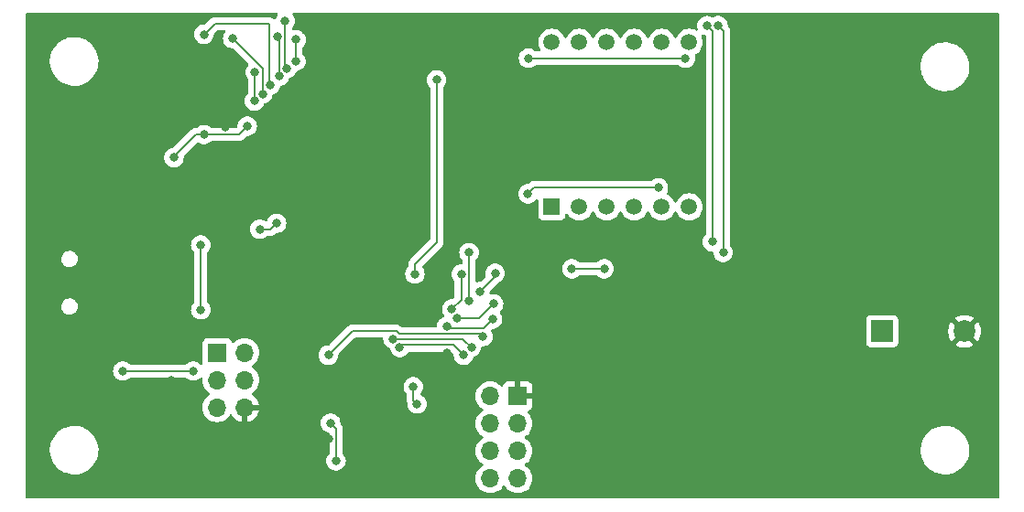
<source format=gbr>
%TF.GenerationSoftware,KiCad,Pcbnew,(7.0.0)*%
%TF.CreationDate,2023-04-21T02:07:09-06:00*%
%TF.ProjectId,Phase_B_ATMEGA_v3,50686173-655f-4425-9f41-544d4547415f,rev?*%
%TF.SameCoordinates,Original*%
%TF.FileFunction,Copper,L2,Bot*%
%TF.FilePolarity,Positive*%
%FSLAX46Y46*%
G04 Gerber Fmt 4.6, Leading zero omitted, Abs format (unit mm)*
G04 Created by KiCad (PCBNEW (7.0.0)) date 2023-04-21 02:07:09*
%MOMM*%
%LPD*%
G01*
G04 APERTURE LIST*
%TA.AperFunction,ComponentPad*%
%ADD10R,1.500000X1.500000*%
%TD*%
%TA.AperFunction,ComponentPad*%
%ADD11C,1.500000*%
%TD*%
%TA.AperFunction,ComponentPad*%
%ADD12R,2.000000X2.000000*%
%TD*%
%TA.AperFunction,ComponentPad*%
%ADD13C,2.000000*%
%TD*%
%TA.AperFunction,ComponentPad*%
%ADD14R,1.700000X1.700000*%
%TD*%
%TA.AperFunction,ComponentPad*%
%ADD15O,1.700000X1.700000*%
%TD*%
%TA.AperFunction,ViaPad*%
%ADD16C,0.800000*%
%TD*%
%TA.AperFunction,Conductor*%
%ADD17C,0.203200*%
%TD*%
G04 APERTURE END LIST*
D10*
%TO.P,U1,1,e*%
%TO.N,Net-(U1-e)*%
X104724999Y-67777499D03*
D11*
%TO.P,U1,2,d*%
%TO.N,Net-(U1-d)*%
X107265000Y-67777500D03*
%TO.P,U1,3,DPX*%
%TO.N,Net-(U1-DPX)*%
X109805000Y-67777500D03*
%TO.P,U1,4,c*%
%TO.N,Net-(U1-c)*%
X112345000Y-67777500D03*
%TO.P,U1,5,g*%
%TO.N,Net-(U1-g)*%
X114885000Y-67777500D03*
%TO.P,U1,6,CA4*%
%TO.N,Dig4*%
X117425000Y-67777500D03*
%TO.P,U1,7,b*%
%TO.N,Net-(U1-b)*%
X117425000Y-52537500D03*
%TO.P,U1,8,CA3*%
%TO.N,Dig3*%
X114885000Y-52537500D03*
%TO.P,U1,9,CA2*%
%TO.N,Dig2*%
X112345000Y-52537500D03*
%TO.P,U1,10,f*%
%TO.N,Net-(U1-f)*%
X109805000Y-52537500D03*
%TO.P,U1,11,a*%
%TO.N,Net-(U1-a)*%
X107265000Y-52537500D03*
%TO.P,U1,12,CA1*%
%TO.N,Dig1*%
X104725000Y-52537500D03*
%TD*%
D12*
%TO.P,LS1,1,1*%
%TO.N,Buzzer*%
X135274999Y-79299999D03*
D13*
%TO.P,LS1,2,2*%
%TO.N,GND*%
X142875000Y-79300000D03*
%TD*%
D14*
%TO.P,J3,1,Pin_1*%
%TO.N,GND*%
X101574999Y-85299999D03*
D15*
%TO.P,J3,2,Pin_2*%
%TO.N,TX*%
X99034999Y-85299999D03*
%TO.P,J3,3,Pin_3*%
%TO.N,unconnected-(J3-Pin_3-Pad3)*%
X101574999Y-87839999D03*
%TO.P,J3,4,Pin_4*%
%TO.N,+3.3V*%
X99034999Y-87839999D03*
%TO.P,J3,5,Pin_5*%
%TO.N,Net-(J3-Pin_5)*%
X101574999Y-90379999D03*
%TO.P,J3,6,Pin_6*%
%TO.N,+3.3V*%
X99034999Y-90379999D03*
%TO.P,J3,7,Pin_7*%
%TO.N,RX*%
X101574999Y-92919999D03*
%TO.P,J3,8,Pin_8*%
%TO.N,+3.3V*%
X99034999Y-92919999D03*
%TD*%
D14*
%TO.P,J1,1,MISO*%
%TO.N,MISO*%
X73784999Y-81274999D03*
D15*
%TO.P,J1,2,VCC*%
%TO.N,+5V*%
X76324999Y-81274999D03*
%TO.P,J1,3,SCK*%
%TO.N,SCK*%
X73784999Y-83814999D03*
%TO.P,J1,4,MOSI*%
%TO.N,MOSI*%
X76324999Y-83814999D03*
%TO.P,J1,5,~{RST}*%
%TO.N,RST*%
X73784999Y-86354999D03*
%TO.P,J1,6,GND*%
%TO.N,GND*%
X76324999Y-86354999D03*
%TD*%
D16*
%TO.N,+5V*%
X79275000Y-69300000D03*
X77729247Y-69845753D03*
X72275000Y-71300000D03*
X72275000Y-77300000D03*
%TO.N,+3.3V*%
X84275000Y-87800000D03*
X84775000Y-91300000D03*
%TO.N,RX*%
X92275000Y-86024500D03*
X91925049Y-84425451D03*
%TO.N,RST*%
X65075000Y-82975000D03*
X71575000Y-82975000D03*
%TO.N,Dig3*%
X84075000Y-81500000D03*
X98345339Y-79802547D03*
X109575000Y-73500000D03*
X120575000Y-72000000D03*
X120087299Y-50987701D03*
X106575000Y-73500000D03*
%TO.N,Dig2*%
X119575000Y-71000000D03*
X119075000Y-51000000D03*
%TO.N,Dig1*%
X92075000Y-74000000D03*
X94075000Y-56024500D03*
%TO.N,Net-(U1-b)*%
X102575000Y-54000000D03*
X117075000Y-54000000D03*
%TO.N,ST_CP*%
X96350500Y-74000000D03*
X95475180Y-77229620D03*
%TO.N,DS*%
X97075000Y-72000000D03*
X97075000Y-76500000D03*
%TO.N,Dig4*%
X98075000Y-75624500D03*
X99494503Y-73919503D03*
X102515497Y-66559503D03*
X114575000Y-66000000D03*
%TO.N,Dig2*%
X99246398Y-78171398D03*
X95018379Y-78824500D03*
%TO.N,Buzzer*%
X95931553Y-78118849D03*
X99337652Y-76762652D03*
%TO.N,Button_2*%
X90049695Y-80000000D03*
X97281755Y-80775500D03*
%TO.N,Button_1*%
X90665955Y-80786910D03*
X96575000Y-81500000D03*
%TO.N,e*%
X77236779Y-57961779D03*
X77287779Y-55300000D03*
%TO.N,d*%
X78012279Y-57300000D03*
X75223299Y-52201062D03*
%TO.N,dp*%
X72575000Y-51800000D03*
X78736779Y-56461779D03*
%TO.N,c*%
X79530024Y-55668533D03*
X79350500Y-52024500D03*
%TO.N,g*%
X80075000Y-50575500D03*
X80236779Y-54961779D03*
%TO.N,b*%
X81075000Y-52300000D03*
X81075000Y-54300000D03*
%TO.N,+5V*%
X69800000Y-63212500D03*
X76575000Y-60300000D03*
X72575000Y-61084600D03*
%TO.N,GND*%
X77575000Y-77300000D03*
X77575000Y-88800000D03*
X95075000Y-73300000D03*
X91075000Y-72800000D03*
X82075000Y-69800000D03*
X125575000Y-71800000D03*
X111075000Y-71800000D03*
X83575000Y-76800000D03*
X84575000Y-72800000D03*
X86075000Y-84300000D03*
X95075000Y-81300000D03*
X71075000Y-52300000D03*
X74530300Y-60359600D03*
X65800000Y-53300000D03*
X65800000Y-54800000D03*
X65800000Y-56300000D03*
X65800000Y-57800000D03*
X65800000Y-59300000D03*
X65800000Y-60800000D03*
X65800000Y-62300000D03*
X65800000Y-64300000D03*
X58575000Y-68300000D03*
X63075000Y-77300000D03*
X73575000Y-76000000D03*
X89075000Y-92300000D03*
X87575000Y-92300000D03*
X79075000Y-93800000D03*
X81575000Y-93800000D03*
X69575000Y-83800000D03*
X84075000Y-89300000D03*
X86575000Y-88300000D03*
X90575000Y-85800000D03*
X143575000Y-63800000D03*
X143575000Y-70300000D03*
%TD*%
D17*
%TO.N,+5V*%
X78729247Y-69845753D02*
X79275000Y-69300000D01*
X77729247Y-69845753D02*
X78729247Y-69845753D01*
X72275000Y-77300000D02*
X72275000Y-71300000D01*
%TO.N,+3.3V*%
X84800000Y-88325000D02*
X84275000Y-87800000D01*
X84800000Y-91275000D02*
X84800000Y-88325000D01*
X84775000Y-91300000D02*
X84800000Y-91275000D01*
%TO.N,RX*%
X91925049Y-84425451D02*
X91925049Y-85674549D01*
X91925049Y-85674549D02*
X92275000Y-86024500D01*
%TO.N,RST*%
X71575000Y-82975000D02*
X65075000Y-82975000D01*
%TO.N,Dig3*%
X86300000Y-79275000D02*
X84075000Y-81500000D01*
X90350000Y-79275000D02*
X86300000Y-79275000D01*
X90625000Y-79550000D02*
X90350000Y-79275000D01*
X98092792Y-79550000D02*
X90625000Y-79550000D01*
X98345339Y-79802547D02*
X98092792Y-79550000D01*
%TO.N,Dig2*%
X95169379Y-78975500D02*
X98442296Y-78975500D01*
X95018379Y-78824500D02*
X95169379Y-78975500D01*
X98442296Y-78975500D02*
X99246398Y-78171398D01*
%TO.N,Buzzer*%
X97981455Y-78118849D02*
X95931553Y-78118849D01*
X99337652Y-76762652D02*
X97981455Y-78118849D01*
%TO.N,Dig3*%
X109575000Y-73500000D02*
X106575000Y-73500000D01*
X120575000Y-51475402D02*
X120575000Y-72000000D01*
X120087299Y-50987701D02*
X120575000Y-51475402D01*
%TO.N,Dig2*%
X119575000Y-71000000D02*
X119575000Y-51500000D01*
X119575000Y-51500000D02*
X119075000Y-51000000D01*
%TO.N,Dig1*%
X94075000Y-71075500D02*
X94075000Y-56024500D01*
X92075000Y-73075500D02*
X94075000Y-71075500D01*
X92075000Y-74000000D02*
X92075000Y-73075500D01*
%TO.N,Net-(U1-b)*%
X117075000Y-54000000D02*
X102575000Y-54000000D01*
%TO.N,+5V*%
X71795347Y-61084600D02*
X69800000Y-63079947D01*
X72575000Y-61084600D02*
X71795347Y-61084600D01*
X69800000Y-63079947D02*
X69800000Y-63212500D01*
X72575000Y-61084600D02*
X75790400Y-61084600D01*
X75790400Y-61084600D02*
X76575000Y-60300000D01*
%TO.N,ST_CP*%
X95475180Y-77229620D02*
X96350500Y-76354300D01*
X96350500Y-76354300D02*
X96350500Y-74000000D01*
%TO.N,DS*%
X97075000Y-72000000D02*
X97075000Y-76500000D01*
%TO.N,Dig4*%
X99494503Y-74204997D02*
X98075000Y-75624500D01*
X103075000Y-66000000D02*
X102515497Y-66559503D01*
X99494503Y-73919503D02*
X99494503Y-74204997D01*
X114575000Y-66000000D02*
X103075000Y-66000000D01*
%TO.N,Button_1*%
X90877865Y-80575000D02*
X95650000Y-80575000D01*
X90665955Y-80786910D02*
X90877865Y-80575000D01*
X95650000Y-80575000D02*
X96575000Y-81500000D01*
%TO.N,Button_2*%
X90049695Y-80000000D02*
X96506255Y-80000000D01*
X96506255Y-80000000D02*
X97281755Y-80775500D01*
%TO.N,e*%
X77287779Y-57910779D02*
X77236779Y-57961779D01*
X77287779Y-55300000D02*
X77287779Y-57910779D01*
%TO.N,d*%
X78012279Y-54990042D02*
X75223299Y-52201062D01*
X78012279Y-57300000D02*
X78012279Y-54990042D01*
%TO.N,dp*%
X73575000Y-50800000D02*
X72575000Y-51800000D01*
X78575000Y-50800000D02*
X73575000Y-50800000D01*
X78736779Y-56461779D02*
X78575000Y-56300000D01*
X78575000Y-56300000D02*
X78575000Y-50800000D01*
%TO.N,c*%
X79511779Y-52185779D02*
X79350500Y-52024500D01*
X79511779Y-55650288D02*
X79511779Y-52185779D01*
X79530024Y-55668533D02*
X79511779Y-55650288D01*
%TO.N,g*%
X80075000Y-54800000D02*
X80075000Y-50575500D01*
X80236779Y-54961779D02*
X80075000Y-54800000D01*
%TO.N,b*%
X81075000Y-54300000D02*
X81075000Y-52300000D01*
%TD*%
%TA.AperFunction,Conductor*%
%TO.N,GND*%
G36*
X79337697Y-49813432D02*
G01*
X79381332Y-49849530D01*
X79404366Y-49901264D01*
X79401994Y-49957846D01*
X79374712Y-50007472D01*
X79346814Y-50038455D01*
X79346809Y-50038461D01*
X79342467Y-50043284D01*
X79339222Y-50048904D01*
X79339218Y-50048910D01*
X79251069Y-50201589D01*
X79251066Y-50201594D01*
X79247821Y-50207216D01*
X79245815Y-50213389D01*
X79245814Y-50213392D01*
X79210229Y-50322910D01*
X79176470Y-50375647D01*
X79121247Y-50405164D01*
X79058643Y-50403936D01*
X79006627Y-50373452D01*
X79004422Y-50370578D01*
X78948818Y-50327911D01*
X78926768Y-50310991D01*
X78885097Y-50279015D01*
X78885092Y-50279012D01*
X78878648Y-50274067D01*
X78871139Y-50270956D01*
X78871138Y-50270956D01*
X78739689Y-50216508D01*
X78739686Y-50216507D01*
X78732180Y-50213398D01*
X78724126Y-50212337D01*
X78724120Y-50212336D01*
X78583059Y-50193766D01*
X78575000Y-50192705D01*
X78566941Y-50193766D01*
X78543599Y-50196839D01*
X78527414Y-50197900D01*
X73622586Y-50197900D01*
X73606401Y-50196839D01*
X73583059Y-50193766D01*
X73575000Y-50192705D01*
X73566941Y-50193766D01*
X73425881Y-50212336D01*
X73425875Y-50212337D01*
X73417820Y-50213398D01*
X73410313Y-50216507D01*
X73410307Y-50216509D01*
X73278863Y-50270954D01*
X73278855Y-50270958D01*
X73271353Y-50274066D01*
X73264911Y-50279008D01*
X73264906Y-50279012D01*
X73177154Y-50346348D01*
X73177153Y-50346347D01*
X73177150Y-50346351D01*
X73152024Y-50365631D01*
X73152021Y-50365633D01*
X73145578Y-50370578D01*
X73140636Y-50377017D01*
X73140629Y-50377025D01*
X73126292Y-50395709D01*
X73115601Y-50407899D01*
X72660321Y-50863181D01*
X72620093Y-50890061D01*
X72572640Y-50899500D01*
X72480354Y-50899500D01*
X72473995Y-50900851D01*
X72473991Y-50900852D01*
X72301559Y-50937503D01*
X72301552Y-50937505D01*
X72295197Y-50938856D01*
X72289262Y-50941498D01*
X72289254Y-50941501D01*
X72128207Y-51013205D01*
X72128202Y-51013207D01*
X72122270Y-51015849D01*
X72117016Y-51019665D01*
X72117011Y-51019669D01*
X71974388Y-51123290D01*
X71974381Y-51123295D01*
X71969129Y-51127112D01*
X71964784Y-51131937D01*
X71964779Y-51131942D01*
X71846813Y-51262956D01*
X71846808Y-51262962D01*
X71842467Y-51267784D01*
X71839222Y-51273404D01*
X71839218Y-51273410D01*
X71751069Y-51426089D01*
X71751066Y-51426094D01*
X71747821Y-51431716D01*
X71745815Y-51437888D01*
X71745813Y-51437894D01*
X71691333Y-51605564D01*
X71691331Y-51605573D01*
X71689326Y-51611744D01*
X71688648Y-51618194D01*
X71688646Y-51618204D01*
X71674729Y-51750625D01*
X71669540Y-51800000D01*
X71670219Y-51806460D01*
X71688646Y-51981795D01*
X71688647Y-51981803D01*
X71689326Y-51988256D01*
X71691331Y-51994428D01*
X71691333Y-51994435D01*
X71745813Y-52162105D01*
X71747821Y-52168284D01*
X71751068Y-52173908D01*
X71751069Y-52173910D01*
X71835138Y-52319523D01*
X71842467Y-52332216D01*
X71846811Y-52337041D01*
X71846813Y-52337043D01*
X71964779Y-52468057D01*
X71969129Y-52472888D01*
X72122270Y-52584151D01*
X72295197Y-52661144D01*
X72480354Y-52700500D01*
X72663143Y-52700500D01*
X72669646Y-52700500D01*
X72854803Y-52661144D01*
X73027730Y-52584151D01*
X73180871Y-52472888D01*
X73307533Y-52332216D01*
X73402179Y-52168284D01*
X73460674Y-51988256D01*
X73480460Y-51800000D01*
X73480093Y-51796509D01*
X73489220Y-51750625D01*
X73516100Y-51710397D01*
X73650596Y-51575902D01*
X73788078Y-51438419D01*
X73828307Y-51411539D01*
X73875760Y-51402100D01*
X74452437Y-51402100D01*
X74507572Y-51415032D01*
X74551207Y-51451130D01*
X74574241Y-51502865D01*
X74571869Y-51559446D01*
X74544587Y-51609072D01*
X74495112Y-51664018D01*
X74495107Y-51664024D01*
X74490766Y-51668846D01*
X74487521Y-51674466D01*
X74487517Y-51674472D01*
X74399368Y-51827151D01*
X74399365Y-51827156D01*
X74396120Y-51832778D01*
X74394114Y-51838950D01*
X74394112Y-51838956D01*
X74339632Y-52006626D01*
X74339630Y-52006635D01*
X74337625Y-52012806D01*
X74336947Y-52019256D01*
X74336945Y-52019266D01*
X74325026Y-52132678D01*
X74317839Y-52201062D01*
X74318518Y-52207522D01*
X74336945Y-52382857D01*
X74336946Y-52382865D01*
X74337625Y-52389318D01*
X74339630Y-52395490D01*
X74339632Y-52395497D01*
X74394112Y-52563167D01*
X74396120Y-52569346D01*
X74399367Y-52574970D01*
X74399368Y-52574972D01*
X74471841Y-52700500D01*
X74490766Y-52733278D01*
X74495110Y-52738103D01*
X74495112Y-52738105D01*
X74593253Y-52847101D01*
X74617428Y-52873950D01*
X74770569Y-52985213D01*
X74943496Y-53062206D01*
X75128653Y-53101562D01*
X75220939Y-53101562D01*
X75268392Y-53111001D01*
X75308620Y-53137881D01*
X76653634Y-54482895D01*
X76685149Y-54536397D01*
X76686775Y-54598469D01*
X76658104Y-54653548D01*
X76635012Y-54679195D01*
X76555246Y-54767784D01*
X76552001Y-54773404D01*
X76551997Y-54773410D01*
X76463848Y-54926089D01*
X76463845Y-54926094D01*
X76460600Y-54931716D01*
X76458594Y-54937888D01*
X76458592Y-54937894D01*
X76404112Y-55105564D01*
X76404110Y-55105573D01*
X76402105Y-55111744D01*
X76401427Y-55118194D01*
X76401425Y-55118204D01*
X76387252Y-55253067D01*
X76382319Y-55300000D01*
X76382998Y-55306460D01*
X76401425Y-55481795D01*
X76401426Y-55481803D01*
X76402105Y-55488256D01*
X76404110Y-55494428D01*
X76404112Y-55494435D01*
X76456679Y-55656216D01*
X76460600Y-55668284D01*
X76463847Y-55673908D01*
X76463848Y-55673910D01*
X76549880Y-55822923D01*
X76555246Y-55832216D01*
X76559590Y-55837041D01*
X76559592Y-55837043D01*
X76653829Y-55941703D01*
X76677443Y-55980237D01*
X76685679Y-56024675D01*
X76685679Y-57185916D01*
X76672163Y-57242213D01*
X76640111Y-57279737D01*
X76640997Y-57280720D01*
X76636159Y-57285075D01*
X76630908Y-57288891D01*
X76626564Y-57293714D01*
X76626561Y-57293718D01*
X76508592Y-57424735D01*
X76508587Y-57424741D01*
X76504246Y-57429563D01*
X76501001Y-57435183D01*
X76500997Y-57435189D01*
X76412848Y-57587868D01*
X76412845Y-57587873D01*
X76409600Y-57593495D01*
X76407594Y-57599667D01*
X76407592Y-57599673D01*
X76353112Y-57767343D01*
X76353110Y-57767352D01*
X76351105Y-57773523D01*
X76350427Y-57779973D01*
X76350425Y-57779983D01*
X76332741Y-57948243D01*
X76331319Y-57961779D01*
X76331998Y-57968239D01*
X76350425Y-58143574D01*
X76350426Y-58143582D01*
X76351105Y-58150035D01*
X76353110Y-58156207D01*
X76353112Y-58156214D01*
X76407592Y-58323884D01*
X76409600Y-58330063D01*
X76504246Y-58493995D01*
X76630908Y-58634667D01*
X76784049Y-58745930D01*
X76956976Y-58822923D01*
X77142133Y-58862279D01*
X77324922Y-58862279D01*
X77331425Y-58862279D01*
X77516582Y-58822923D01*
X77689509Y-58745930D01*
X77842650Y-58634667D01*
X77969312Y-58493995D01*
X78063958Y-58330063D01*
X78083868Y-58268785D01*
X78118827Y-58214953D01*
X78176013Y-58185814D01*
X78292082Y-58161144D01*
X78465009Y-58084151D01*
X78618150Y-57972888D01*
X78744812Y-57832216D01*
X78839458Y-57668284D01*
X78897953Y-57488256D01*
X78903599Y-57434533D01*
X78919533Y-57385495D01*
X78954036Y-57347176D01*
X79001136Y-57326205D01*
X79016582Y-57322923D01*
X79189509Y-57245930D01*
X79342650Y-57134667D01*
X79469312Y-56993995D01*
X79563958Y-56830063D01*
X79622453Y-56650035D01*
X79623059Y-56644265D01*
X79641400Y-56601055D01*
X79674862Y-56567594D01*
X79718412Y-56549107D01*
X79809827Y-56529677D01*
X79982754Y-56452684D01*
X80135895Y-56341421D01*
X80262557Y-56200749D01*
X80357203Y-56036817D01*
X80397911Y-55911529D01*
X80432871Y-55857697D01*
X80490061Y-55828559D01*
X80516582Y-55822923D01*
X80689509Y-55745930D01*
X80842650Y-55634667D01*
X80969312Y-55493995D01*
X81063958Y-55330063D01*
X81079215Y-55283104D01*
X81114174Y-55229274D01*
X81171364Y-55200134D01*
X81354803Y-55161144D01*
X81527730Y-55084151D01*
X81680871Y-54972888D01*
X81807533Y-54832216D01*
X81902179Y-54668284D01*
X81960674Y-54488256D01*
X81980460Y-54300000D01*
X81960674Y-54111744D01*
X81924366Y-54000000D01*
X101669540Y-54000000D01*
X101670219Y-54006460D01*
X101688646Y-54181795D01*
X101688647Y-54181803D01*
X101689326Y-54188256D01*
X101691331Y-54194428D01*
X101691333Y-54194435D01*
X101723535Y-54293540D01*
X101747821Y-54368284D01*
X101751068Y-54373908D01*
X101751069Y-54373910D01*
X101817086Y-54488256D01*
X101842467Y-54532216D01*
X101846811Y-54537041D01*
X101846813Y-54537043D01*
X101905391Y-54602100D01*
X101969129Y-54672888D01*
X102122270Y-54784151D01*
X102295197Y-54861144D01*
X102480354Y-54900500D01*
X102663143Y-54900500D01*
X102669646Y-54900500D01*
X102854803Y-54861144D01*
X103027730Y-54784151D01*
X103180871Y-54672888D01*
X103207667Y-54643127D01*
X103249382Y-54612820D01*
X103299817Y-54602100D01*
X116350183Y-54602100D01*
X116400618Y-54612820D01*
X116442332Y-54643127D01*
X116469129Y-54672888D01*
X116622270Y-54784151D01*
X116795197Y-54861144D01*
X116980354Y-54900500D01*
X117163143Y-54900500D01*
X117169646Y-54900500D01*
X117354803Y-54861144D01*
X117527730Y-54784151D01*
X117680871Y-54672888D01*
X117807533Y-54532216D01*
X117902179Y-54368284D01*
X117960674Y-54188256D01*
X117980460Y-54000000D01*
X117960674Y-53811744D01*
X117953869Y-53790803D01*
X117949560Y-53731664D01*
X117973206Y-53677283D01*
X118019393Y-53640104D01*
X118052639Y-53624602D01*
X118231877Y-53499098D01*
X118386598Y-53344377D01*
X118512102Y-53165139D01*
X118604575Y-52966830D01*
X118661207Y-52755477D01*
X118680277Y-52537500D01*
X118661207Y-52319523D01*
X118604575Y-52108170D01*
X118549419Y-51989889D01*
X118537950Y-51931430D01*
X118555070Y-51874366D01*
X118596828Y-51831873D01*
X118653584Y-51813760D01*
X118712238Y-51824208D01*
X118789254Y-51858498D01*
X118795197Y-51861144D01*
X118852273Y-51873276D01*
X118874681Y-51878039D01*
X118925242Y-51901616D01*
X118960350Y-51944971D01*
X118972900Y-51999329D01*
X118972900Y-70275325D01*
X118964664Y-70319763D01*
X118941050Y-70358296D01*
X118928994Y-70371686D01*
X118846813Y-70462956D01*
X118846808Y-70462962D01*
X118842467Y-70467784D01*
X118839222Y-70473404D01*
X118839218Y-70473410D01*
X118751069Y-70626089D01*
X118751066Y-70626094D01*
X118747821Y-70631716D01*
X118745815Y-70637888D01*
X118745813Y-70637894D01*
X118691333Y-70805564D01*
X118691331Y-70805573D01*
X118689326Y-70811744D01*
X118688648Y-70818194D01*
X118688646Y-70818204D01*
X118676067Y-70937894D01*
X118669540Y-71000000D01*
X118670219Y-71006460D01*
X118688646Y-71181795D01*
X118688647Y-71181803D01*
X118689326Y-71188256D01*
X118691331Y-71194428D01*
X118691333Y-71194435D01*
X118744576Y-71358297D01*
X118747821Y-71368284D01*
X118751068Y-71373908D01*
X118751069Y-71373910D01*
X118817086Y-71488256D01*
X118842467Y-71532216D01*
X118969129Y-71672888D01*
X119122270Y-71784151D01*
X119295197Y-71861144D01*
X119480354Y-71900500D01*
X119486857Y-71900500D01*
X119547432Y-71900500D01*
X119605647Y-71915015D01*
X119650233Y-71955160D01*
X119670752Y-72011538D01*
X119672317Y-72026424D01*
X119688646Y-72181795D01*
X119688647Y-72181803D01*
X119689326Y-72188256D01*
X119691331Y-72194428D01*
X119691333Y-72194435D01*
X119728115Y-72307636D01*
X119747821Y-72368284D01*
X119751068Y-72373908D01*
X119751069Y-72373910D01*
X119760592Y-72390405D01*
X119842467Y-72532216D01*
X119846811Y-72537041D01*
X119846813Y-72537043D01*
X119944989Y-72646078D01*
X119969129Y-72672888D01*
X120122270Y-72784151D01*
X120295197Y-72861144D01*
X120480354Y-72900500D01*
X120663143Y-72900500D01*
X120669646Y-72900500D01*
X120854803Y-72861144D01*
X121027730Y-72784151D01*
X121180871Y-72672888D01*
X121307533Y-72532216D01*
X121402179Y-72368284D01*
X121460674Y-72188256D01*
X121480460Y-72000000D01*
X121460674Y-71811744D01*
X121402179Y-71631716D01*
X121307533Y-71467784D01*
X121208949Y-71358296D01*
X121185336Y-71319763D01*
X121177100Y-71275325D01*
X121177100Y-54875369D01*
X138820723Y-54875369D01*
X138821137Y-54879490D01*
X138821138Y-54879501D01*
X138850466Y-55171034D01*
X138850467Y-55171044D01*
X138850882Y-55175162D01*
X138851842Y-55179193D01*
X138851843Y-55179195D01*
X138889137Y-55335689D01*
X138920731Y-55468261D01*
X138922220Y-55472128D01*
X138922221Y-55472130D01*
X138928124Y-55487456D01*
X139029023Y-55749434D01*
X139031007Y-55753055D01*
X139031013Y-55753067D01*
X139151444Y-55972824D01*
X139173825Y-56013665D01*
X139176281Y-56016998D01*
X139176284Y-56017003D01*
X139307523Y-56195122D01*
X139352554Y-56256238D01*
X139562020Y-56472824D01*
X139660383Y-56550500D01*
X139795230Y-56656988D01*
X139795234Y-56656990D01*
X139798485Y-56659558D01*
X139802049Y-56661669D01*
X139802052Y-56661671D01*
X139874762Y-56704737D01*
X140057730Y-56813109D01*
X140061534Y-56814722D01*
X140061538Y-56814724D01*
X140097712Y-56830063D01*
X140335128Y-56930736D01*
X140625729Y-57010340D01*
X140924347Y-57050500D01*
X141148162Y-57050500D01*
X141150244Y-57050500D01*
X141375634Y-57035412D01*
X141670903Y-56975396D01*
X141955537Y-56876560D01*
X142224459Y-56740668D01*
X142472869Y-56570144D01*
X142696333Y-56368032D01*
X142890865Y-56137939D01*
X143052993Y-55883970D01*
X143179823Y-55610658D01*
X143269093Y-55322879D01*
X143319209Y-55025770D01*
X143329277Y-54724631D01*
X143299118Y-54424838D01*
X143229269Y-54131739D01*
X143120977Y-53850566D01*
X143103242Y-53818204D01*
X143049307Y-53719785D01*
X142976175Y-53586335D01*
X142797446Y-53343762D01*
X142587980Y-53127176D01*
X142444558Y-53013917D01*
X142354769Y-52943011D01*
X142354762Y-52943006D01*
X142351515Y-52940442D01*
X142347954Y-52938332D01*
X142347947Y-52938328D01*
X142095831Y-52789000D01*
X142095828Y-52788998D01*
X142092270Y-52786891D01*
X142088471Y-52785280D01*
X142088461Y-52785275D01*
X141818681Y-52670879D01*
X141818678Y-52670878D01*
X141814872Y-52669264D01*
X141810885Y-52668172D01*
X141810877Y-52668169D01*
X141528278Y-52590757D01*
X141528269Y-52590755D01*
X141524271Y-52589660D01*
X141520164Y-52589107D01*
X141520156Y-52589106D01*
X141229754Y-52550051D01*
X141229746Y-52550050D01*
X141225653Y-52549500D01*
X140999756Y-52549500D01*
X140997682Y-52549638D01*
X140997677Y-52549639D01*
X140778498Y-52564311D01*
X140778492Y-52564311D01*
X140774366Y-52564588D01*
X140770309Y-52565412D01*
X140770306Y-52565413D01*
X140483165Y-52623777D01*
X140483162Y-52623777D01*
X140479097Y-52624604D01*
X140475183Y-52625963D01*
X140475176Y-52625965D01*
X140198375Y-52722081D01*
X140198367Y-52722084D01*
X140194463Y-52723440D01*
X140190771Y-52725305D01*
X140190763Y-52725309D01*
X139929242Y-52857461D01*
X139929232Y-52857466D01*
X139925541Y-52859332D01*
X139922130Y-52861672D01*
X139922124Y-52861677D01*
X139680548Y-53027509D01*
X139680534Y-53027519D01*
X139677131Y-53029856D01*
X139674066Y-53032627D01*
X139674056Y-53032636D01*
X139456741Y-53229187D01*
X139456735Y-53229192D01*
X139453667Y-53231968D01*
X139450998Y-53235123D01*
X139450991Y-53235132D01*
X139261810Y-53458896D01*
X139261804Y-53458903D01*
X139259135Y-53462061D01*
X139256912Y-53465542D01*
X139256904Y-53465554D01*
X139099233Y-53712542D01*
X139099229Y-53712549D01*
X139097007Y-53716030D01*
X139095267Y-53719779D01*
X139095264Y-53719785D01*
X138971922Y-53985580D01*
X138971918Y-53985589D01*
X138970177Y-53989342D01*
X138968951Y-53993291D01*
X138968949Y-53993299D01*
X138895904Y-54228774D01*
X138880907Y-54277121D01*
X138880218Y-54281199D01*
X138880218Y-54281204D01*
X138831479Y-54570150D01*
X138830791Y-54574230D01*
X138830653Y-54578353D01*
X138830652Y-54578365D01*
X138820861Y-54871222D01*
X138820861Y-54871231D01*
X138820723Y-54875369D01*
X121177100Y-54875369D01*
X121177100Y-51522981D01*
X121178161Y-51506796D01*
X121181233Y-51483461D01*
X121182294Y-51475402D01*
X121177100Y-51435949D01*
X121177100Y-51435942D01*
X121161602Y-51318222D01*
X121100933Y-51171755D01*
X121051794Y-51107716D01*
X121051794Y-51107715D01*
X121028659Y-51077566D01*
X121028651Y-51077555D01*
X121028648Y-51077552D01*
X121017703Y-51063288D01*
X120998660Y-51027661D01*
X120992488Y-50990276D01*
X120992759Y-50987701D01*
X120972973Y-50799445D01*
X120914478Y-50619417D01*
X120819832Y-50455485D01*
X120693170Y-50314813D01*
X120687912Y-50310993D01*
X120687910Y-50310991D01*
X120545287Y-50207370D01*
X120545286Y-50207369D01*
X120540029Y-50203550D01*
X120534091Y-50200906D01*
X120373044Y-50129202D01*
X120373039Y-50129200D01*
X120367102Y-50126557D01*
X120360743Y-50125205D01*
X120360739Y-50125204D01*
X120188307Y-50088553D01*
X120188304Y-50088552D01*
X120181945Y-50087201D01*
X119992653Y-50087201D01*
X119986294Y-50088552D01*
X119986290Y-50088553D01*
X119813858Y-50125204D01*
X119813851Y-50125206D01*
X119807496Y-50126557D01*
X119801561Y-50129199D01*
X119801553Y-50129202D01*
X119640502Y-50200908D01*
X119640498Y-50200909D01*
X119634569Y-50203550D01*
X119630744Y-50206328D01*
X119575992Y-50222544D01*
X119519072Y-50211994D01*
X119475748Y-50192705D01*
X119354803Y-50138856D01*
X119348444Y-50137504D01*
X119348440Y-50137503D01*
X119176008Y-50100852D01*
X119176005Y-50100851D01*
X119169646Y-50099500D01*
X118980354Y-50099500D01*
X118973995Y-50100851D01*
X118973991Y-50100852D01*
X118801559Y-50137503D01*
X118801552Y-50137505D01*
X118795197Y-50138856D01*
X118789262Y-50141498D01*
X118789254Y-50141501D01*
X118628207Y-50213205D01*
X118628202Y-50213207D01*
X118622270Y-50215849D01*
X118617016Y-50219665D01*
X118617011Y-50219669D01*
X118474388Y-50323290D01*
X118474381Y-50323295D01*
X118469129Y-50327112D01*
X118464784Y-50331937D01*
X118464779Y-50331942D01*
X118346813Y-50462956D01*
X118346808Y-50462962D01*
X118342467Y-50467784D01*
X118339222Y-50473404D01*
X118339218Y-50473410D01*
X118251069Y-50626089D01*
X118251066Y-50626094D01*
X118247821Y-50631716D01*
X118245815Y-50637888D01*
X118245813Y-50637894D01*
X118191333Y-50805564D01*
X118191331Y-50805573D01*
X118189326Y-50811744D01*
X118188648Y-50818194D01*
X118188646Y-50818204D01*
X118176098Y-50937605D01*
X118169540Y-51000000D01*
X118170219Y-51006460D01*
X118188646Y-51181795D01*
X118188647Y-51181803D01*
X118189326Y-51188256D01*
X118191331Y-51194428D01*
X118191333Y-51194435D01*
X118215166Y-51267784D01*
X118225900Y-51300820D01*
X118226127Y-51301517D01*
X118230460Y-51360509D01*
X118206972Y-51414798D01*
X118161006Y-51452027D01*
X118103023Y-51463727D01*
X118053172Y-51449253D01*
X118052639Y-51450398D01*
X117859236Y-51360212D01*
X117859229Y-51360209D01*
X117854330Y-51357925D01*
X117849103Y-51356524D01*
X117849102Y-51356524D01*
X117648209Y-51302694D01*
X117648199Y-51302692D01*
X117642977Y-51301293D01*
X117637585Y-51300821D01*
X117637578Y-51300820D01*
X117430395Y-51282695D01*
X117425000Y-51282223D01*
X117419605Y-51282695D01*
X117212421Y-51300820D01*
X117212412Y-51300821D01*
X117207023Y-51301293D01*
X117201802Y-51302691D01*
X117201790Y-51302694D01*
X117000897Y-51356524D01*
X117000892Y-51356525D01*
X116995670Y-51357925D01*
X116990774Y-51360207D01*
X116990763Y-51360212D01*
X116802272Y-51448108D01*
X116802268Y-51448110D01*
X116797362Y-51450398D01*
X116792929Y-51453501D01*
X116792922Y-51453506D01*
X116622558Y-51572796D01*
X116622553Y-51572799D01*
X116618123Y-51575902D01*
X116614299Y-51579725D01*
X116614293Y-51579731D01*
X116467231Y-51726793D01*
X116467225Y-51726799D01*
X116463402Y-51730623D01*
X116460299Y-51735053D01*
X116460296Y-51735058D01*
X116341006Y-51905422D01*
X116341001Y-51905429D01*
X116337898Y-51909862D01*
X116335610Y-51914768D01*
X116335608Y-51914772D01*
X116267382Y-52061083D01*
X116221625Y-52113259D01*
X116155000Y-52132678D01*
X116088375Y-52113259D01*
X116042618Y-52061083D01*
X116005645Y-51981795D01*
X115972102Y-51909862D01*
X115846598Y-51730623D01*
X115691877Y-51575902D01*
X115687446Y-51572799D01*
X115687442Y-51572796D01*
X115517068Y-51453499D01*
X115517066Y-51453497D01*
X115512639Y-51450398D01*
X115507742Y-51448114D01*
X115507736Y-51448111D01*
X115319236Y-51360212D01*
X115319229Y-51360209D01*
X115314330Y-51357925D01*
X115309103Y-51356524D01*
X115309102Y-51356524D01*
X115108209Y-51302694D01*
X115108199Y-51302692D01*
X115102977Y-51301293D01*
X115097585Y-51300821D01*
X115097578Y-51300820D01*
X114890395Y-51282695D01*
X114885000Y-51282223D01*
X114879605Y-51282695D01*
X114672421Y-51300820D01*
X114672412Y-51300821D01*
X114667023Y-51301293D01*
X114661802Y-51302691D01*
X114661790Y-51302694D01*
X114460897Y-51356524D01*
X114460892Y-51356525D01*
X114455670Y-51357925D01*
X114450774Y-51360207D01*
X114450763Y-51360212D01*
X114262272Y-51448108D01*
X114262268Y-51448110D01*
X114257362Y-51450398D01*
X114252929Y-51453501D01*
X114252922Y-51453506D01*
X114082558Y-51572796D01*
X114082553Y-51572799D01*
X114078123Y-51575902D01*
X114074299Y-51579725D01*
X114074293Y-51579731D01*
X113927231Y-51726793D01*
X113927225Y-51726799D01*
X113923402Y-51730623D01*
X113920299Y-51735053D01*
X113920296Y-51735058D01*
X113801006Y-51905422D01*
X113801001Y-51905429D01*
X113797898Y-51909862D01*
X113795610Y-51914768D01*
X113795608Y-51914772D01*
X113727382Y-52061083D01*
X113681625Y-52113259D01*
X113615000Y-52132678D01*
X113548375Y-52113259D01*
X113502618Y-52061083D01*
X113465645Y-51981795D01*
X113432102Y-51909862D01*
X113306598Y-51730623D01*
X113151877Y-51575902D01*
X113147446Y-51572799D01*
X113147442Y-51572796D01*
X112977068Y-51453499D01*
X112977066Y-51453497D01*
X112972639Y-51450398D01*
X112967742Y-51448114D01*
X112967736Y-51448111D01*
X112779236Y-51360212D01*
X112779229Y-51360209D01*
X112774330Y-51357925D01*
X112769103Y-51356524D01*
X112769102Y-51356524D01*
X112568209Y-51302694D01*
X112568199Y-51302692D01*
X112562977Y-51301293D01*
X112557585Y-51300821D01*
X112557578Y-51300820D01*
X112350395Y-51282695D01*
X112345000Y-51282223D01*
X112339605Y-51282695D01*
X112132421Y-51300820D01*
X112132412Y-51300821D01*
X112127023Y-51301293D01*
X112121802Y-51302691D01*
X112121790Y-51302694D01*
X111920897Y-51356524D01*
X111920892Y-51356525D01*
X111915670Y-51357925D01*
X111910774Y-51360207D01*
X111910763Y-51360212D01*
X111722272Y-51448108D01*
X111722268Y-51448110D01*
X111717362Y-51450398D01*
X111712929Y-51453501D01*
X111712922Y-51453506D01*
X111542558Y-51572796D01*
X111542553Y-51572799D01*
X111538123Y-51575902D01*
X111534299Y-51579725D01*
X111534293Y-51579731D01*
X111387231Y-51726793D01*
X111387225Y-51726799D01*
X111383402Y-51730623D01*
X111380299Y-51735053D01*
X111380296Y-51735058D01*
X111261006Y-51905422D01*
X111261001Y-51905429D01*
X111257898Y-51909862D01*
X111255610Y-51914768D01*
X111255608Y-51914772D01*
X111187382Y-52061083D01*
X111141625Y-52113259D01*
X111075000Y-52132678D01*
X111008375Y-52113259D01*
X110962618Y-52061083D01*
X110925645Y-51981795D01*
X110892102Y-51909862D01*
X110766598Y-51730623D01*
X110611877Y-51575902D01*
X110607446Y-51572799D01*
X110607442Y-51572796D01*
X110437068Y-51453499D01*
X110437066Y-51453497D01*
X110432639Y-51450398D01*
X110427742Y-51448114D01*
X110427736Y-51448111D01*
X110239236Y-51360212D01*
X110239229Y-51360209D01*
X110234330Y-51357925D01*
X110229103Y-51356524D01*
X110229102Y-51356524D01*
X110028209Y-51302694D01*
X110028199Y-51302692D01*
X110022977Y-51301293D01*
X110017585Y-51300821D01*
X110017578Y-51300820D01*
X109810395Y-51282695D01*
X109805000Y-51282223D01*
X109799605Y-51282695D01*
X109592421Y-51300820D01*
X109592412Y-51300821D01*
X109587023Y-51301293D01*
X109581802Y-51302691D01*
X109581790Y-51302694D01*
X109380897Y-51356524D01*
X109380892Y-51356525D01*
X109375670Y-51357925D01*
X109370774Y-51360207D01*
X109370763Y-51360212D01*
X109182272Y-51448108D01*
X109182268Y-51448110D01*
X109177362Y-51450398D01*
X109172929Y-51453501D01*
X109172922Y-51453506D01*
X109002558Y-51572796D01*
X109002553Y-51572799D01*
X108998123Y-51575902D01*
X108994299Y-51579725D01*
X108994293Y-51579731D01*
X108847231Y-51726793D01*
X108847225Y-51726799D01*
X108843402Y-51730623D01*
X108840299Y-51735053D01*
X108840296Y-51735058D01*
X108721006Y-51905422D01*
X108721001Y-51905429D01*
X108717898Y-51909862D01*
X108715610Y-51914768D01*
X108715608Y-51914772D01*
X108647382Y-52061083D01*
X108601625Y-52113259D01*
X108535000Y-52132678D01*
X108468375Y-52113259D01*
X108422618Y-52061083D01*
X108385645Y-51981795D01*
X108352102Y-51909862D01*
X108226598Y-51730623D01*
X108071877Y-51575902D01*
X108067446Y-51572799D01*
X108067442Y-51572796D01*
X107897068Y-51453499D01*
X107897066Y-51453497D01*
X107892639Y-51450398D01*
X107887742Y-51448114D01*
X107887736Y-51448111D01*
X107699236Y-51360212D01*
X107699229Y-51360209D01*
X107694330Y-51357925D01*
X107689103Y-51356524D01*
X107689102Y-51356524D01*
X107488209Y-51302694D01*
X107488199Y-51302692D01*
X107482977Y-51301293D01*
X107477585Y-51300821D01*
X107477578Y-51300820D01*
X107270395Y-51282695D01*
X107265000Y-51282223D01*
X107259605Y-51282695D01*
X107052421Y-51300820D01*
X107052412Y-51300821D01*
X107047023Y-51301293D01*
X107041802Y-51302691D01*
X107041790Y-51302694D01*
X106840897Y-51356524D01*
X106840892Y-51356525D01*
X106835670Y-51357925D01*
X106830774Y-51360207D01*
X106830763Y-51360212D01*
X106642272Y-51448108D01*
X106642268Y-51448110D01*
X106637362Y-51450398D01*
X106632929Y-51453501D01*
X106632922Y-51453506D01*
X106462558Y-51572796D01*
X106462553Y-51572799D01*
X106458123Y-51575902D01*
X106454299Y-51579725D01*
X106454293Y-51579731D01*
X106307231Y-51726793D01*
X106307225Y-51726799D01*
X106303402Y-51730623D01*
X106300299Y-51735053D01*
X106300296Y-51735058D01*
X106181006Y-51905422D01*
X106181001Y-51905429D01*
X106177898Y-51909862D01*
X106175610Y-51914768D01*
X106175608Y-51914772D01*
X106107382Y-52061083D01*
X106061625Y-52113259D01*
X105995000Y-52132678D01*
X105928375Y-52113259D01*
X105882618Y-52061083D01*
X105845645Y-51981795D01*
X105812102Y-51909862D01*
X105686598Y-51730623D01*
X105531877Y-51575902D01*
X105527446Y-51572799D01*
X105527442Y-51572796D01*
X105357068Y-51453499D01*
X105357066Y-51453497D01*
X105352639Y-51450398D01*
X105347742Y-51448114D01*
X105347736Y-51448111D01*
X105159236Y-51360212D01*
X105159229Y-51360209D01*
X105154330Y-51357925D01*
X105149103Y-51356524D01*
X105149102Y-51356524D01*
X104948209Y-51302694D01*
X104948199Y-51302692D01*
X104942977Y-51301293D01*
X104937585Y-51300821D01*
X104937578Y-51300820D01*
X104730395Y-51282695D01*
X104725000Y-51282223D01*
X104719605Y-51282695D01*
X104512421Y-51300820D01*
X104512412Y-51300821D01*
X104507023Y-51301293D01*
X104501802Y-51302691D01*
X104501790Y-51302694D01*
X104300897Y-51356524D01*
X104300892Y-51356525D01*
X104295670Y-51357925D01*
X104290774Y-51360207D01*
X104290763Y-51360212D01*
X104102272Y-51448108D01*
X104102268Y-51448110D01*
X104097362Y-51450398D01*
X104092929Y-51453501D01*
X104092922Y-51453506D01*
X103922558Y-51572796D01*
X103922553Y-51572799D01*
X103918123Y-51575902D01*
X103914299Y-51579725D01*
X103914293Y-51579731D01*
X103767231Y-51726793D01*
X103767225Y-51726799D01*
X103763402Y-51730623D01*
X103760299Y-51735053D01*
X103760296Y-51735058D01*
X103641006Y-51905422D01*
X103641001Y-51905429D01*
X103637898Y-51909862D01*
X103635610Y-51914768D01*
X103635608Y-51914772D01*
X103547712Y-52103263D01*
X103547707Y-52103274D01*
X103545425Y-52108170D01*
X103544025Y-52113392D01*
X103544024Y-52113397D01*
X103490194Y-52314290D01*
X103490191Y-52314302D01*
X103488793Y-52319523D01*
X103488321Y-52324912D01*
X103488320Y-52324921D01*
X103470597Y-52527509D01*
X103469723Y-52537500D01*
X103470195Y-52542895D01*
X103488320Y-52750078D01*
X103488321Y-52750085D01*
X103488793Y-52755477D01*
X103490192Y-52760699D01*
X103490194Y-52760709D01*
X103543299Y-52958896D01*
X103545425Y-52966830D01*
X103547709Y-52971729D01*
X103547712Y-52971736D01*
X103635611Y-53160236D01*
X103635614Y-53160242D01*
X103637898Y-53165139D01*
X103640999Y-53169568D01*
X103641004Y-53169576D01*
X103664251Y-53202776D01*
X103686411Y-53265790D01*
X103672666Y-53331157D01*
X103627005Y-53379909D01*
X103562677Y-53397900D01*
X103299817Y-53397900D01*
X103249382Y-53387180D01*
X103207667Y-53356872D01*
X103196416Y-53344377D01*
X103180871Y-53327112D01*
X103175613Y-53323292D01*
X103175611Y-53323290D01*
X103032988Y-53219669D01*
X103032987Y-53219668D01*
X103027730Y-53215849D01*
X103021792Y-53213205D01*
X102860745Y-53141501D01*
X102860740Y-53141499D01*
X102854803Y-53138856D01*
X102848444Y-53137504D01*
X102848440Y-53137503D01*
X102676008Y-53100852D01*
X102676005Y-53100851D01*
X102669646Y-53099500D01*
X102480354Y-53099500D01*
X102473995Y-53100851D01*
X102473991Y-53100852D01*
X102301559Y-53137503D01*
X102301552Y-53137505D01*
X102295197Y-53138856D01*
X102289262Y-53141498D01*
X102289254Y-53141501D01*
X102128207Y-53213205D01*
X102128202Y-53213207D01*
X102122270Y-53215849D01*
X102117016Y-53219665D01*
X102117011Y-53219669D01*
X101974388Y-53323290D01*
X101974381Y-53323295D01*
X101969129Y-53327112D01*
X101964784Y-53331937D01*
X101964779Y-53331942D01*
X101846813Y-53462956D01*
X101846808Y-53462962D01*
X101842467Y-53467784D01*
X101839222Y-53473404D01*
X101839218Y-53473410D01*
X101751069Y-53626089D01*
X101751066Y-53626094D01*
X101747821Y-53631716D01*
X101745815Y-53637888D01*
X101745813Y-53637894D01*
X101691333Y-53805564D01*
X101691332Y-53805569D01*
X101689326Y-53811744D01*
X101688648Y-53818194D01*
X101688646Y-53818204D01*
X101676067Y-53937894D01*
X101669540Y-54000000D01*
X81924366Y-54000000D01*
X81902179Y-53931716D01*
X81807533Y-53767784D01*
X81708949Y-53658296D01*
X81685336Y-53619763D01*
X81677100Y-53575325D01*
X81677100Y-53024675D01*
X81685336Y-52980237D01*
X81708950Y-52941703D01*
X81807533Y-52832216D01*
X81902179Y-52668284D01*
X81960674Y-52488256D01*
X81980460Y-52300000D01*
X81960674Y-52111744D01*
X81902179Y-51931716D01*
X81807533Y-51767784D01*
X81770624Y-51726793D01*
X81685220Y-51631942D01*
X81685219Y-51631941D01*
X81680871Y-51627112D01*
X81675613Y-51623292D01*
X81675611Y-51623290D01*
X81532988Y-51519669D01*
X81532987Y-51519668D01*
X81527730Y-51515849D01*
X81498568Y-51502865D01*
X81360745Y-51441501D01*
X81360740Y-51441499D01*
X81354803Y-51438856D01*
X81348444Y-51437504D01*
X81348440Y-51437503D01*
X81176008Y-51400852D01*
X81176005Y-51400851D01*
X81169646Y-51399500D01*
X80980354Y-51399500D01*
X80973996Y-51400851D01*
X80973990Y-51400852D01*
X80826881Y-51432121D01*
X80772152Y-51431405D01*
X80723064Y-51407197D01*
X80689179Y-51364214D01*
X80677100Y-51310831D01*
X80677100Y-51300175D01*
X80685336Y-51255737D01*
X80708950Y-51217203D01*
X80807533Y-51107716D01*
X80902179Y-50943784D01*
X80960674Y-50763756D01*
X80980460Y-50575500D01*
X80960674Y-50387244D01*
X80902179Y-50207216D01*
X80807533Y-50043284D01*
X80775288Y-50007472D01*
X80748006Y-49957846D01*
X80745634Y-49901264D01*
X80768668Y-49849530D01*
X80812303Y-49813432D01*
X80867438Y-49800500D01*
X145950500Y-49800500D01*
X146012500Y-49817113D01*
X146057887Y-49862500D01*
X146074500Y-49924500D01*
X146074500Y-94675500D01*
X146057887Y-94737500D01*
X146012500Y-94782887D01*
X145950500Y-94799500D01*
X56199500Y-94799500D01*
X56137500Y-94782887D01*
X56092113Y-94737500D01*
X56075500Y-94675500D01*
X56075500Y-92920000D01*
X97679341Y-92920000D01*
X97699937Y-93155408D01*
X97701336Y-93160630D01*
X97701337Y-93160634D01*
X97759694Y-93378430D01*
X97759697Y-93378438D01*
X97761097Y-93383663D01*
X97763385Y-93388570D01*
X97763386Y-93388572D01*
X97858678Y-93592927D01*
X97858681Y-93592933D01*
X97860965Y-93597830D01*
X97864064Y-93602257D01*
X97864066Y-93602259D01*
X97993399Y-93786966D01*
X97993402Y-93786970D01*
X97996505Y-93791401D01*
X98163599Y-93958495D01*
X98357170Y-94094035D01*
X98571337Y-94193903D01*
X98799592Y-94255063D01*
X99035000Y-94275659D01*
X99270408Y-94255063D01*
X99498663Y-94193903D01*
X99712830Y-94094035D01*
X99906401Y-93958495D01*
X100073495Y-93791401D01*
X100203424Y-93605842D01*
X100247743Y-93566976D01*
X100305000Y-93552965D01*
X100362257Y-93566976D01*
X100406575Y-93605842D01*
X100533395Y-93786961D01*
X100533401Y-93786968D01*
X100536505Y-93791401D01*
X100703599Y-93958495D01*
X100897170Y-94094035D01*
X101111337Y-94193903D01*
X101339592Y-94255063D01*
X101575000Y-94275659D01*
X101810408Y-94255063D01*
X102038663Y-94193903D01*
X102252830Y-94094035D01*
X102446401Y-93958495D01*
X102613495Y-93791401D01*
X102749035Y-93597830D01*
X102848903Y-93383663D01*
X102910063Y-93155408D01*
X102930659Y-92920000D01*
X102910063Y-92684592D01*
X102848903Y-92456337D01*
X102749035Y-92242171D01*
X102613495Y-92048599D01*
X102446401Y-91881505D01*
X102441968Y-91878401D01*
X102441961Y-91878395D01*
X102260842Y-91751575D01*
X102221976Y-91707257D01*
X102207965Y-91650000D01*
X102221976Y-91592743D01*
X102260842Y-91548425D01*
X102441961Y-91421604D01*
X102441961Y-91421603D01*
X102446401Y-91418495D01*
X102613495Y-91251401D01*
X102749035Y-91057830D01*
X102848903Y-90843663D01*
X102910063Y-90615408D01*
X102930659Y-90380000D01*
X102930254Y-90375369D01*
X138820723Y-90375369D01*
X138821137Y-90379490D01*
X138821138Y-90379501D01*
X138850466Y-90671034D01*
X138850467Y-90671044D01*
X138850882Y-90675162D01*
X138851842Y-90679193D01*
X138851843Y-90679195D01*
X138853479Y-90686062D01*
X138920731Y-90968261D01*
X139029023Y-91249434D01*
X139031007Y-91253055D01*
X139031013Y-91253067D01*
X139123374Y-91421604D01*
X139173825Y-91513665D01*
X139176281Y-91516998D01*
X139176284Y-91517003D01*
X139344985Y-91745965D01*
X139352554Y-91756238D01*
X139562020Y-91972824D01*
X139717417Y-92095539D01*
X139795230Y-92156988D01*
X139795234Y-92156990D01*
X139798485Y-92159558D01*
X139802049Y-92161669D01*
X139802052Y-92161671D01*
X139924436Y-92234159D01*
X140057730Y-92313109D01*
X140061534Y-92314722D01*
X140061538Y-92314724D01*
X140166578Y-92359264D01*
X140335128Y-92430736D01*
X140625729Y-92510340D01*
X140924347Y-92550500D01*
X141148162Y-92550500D01*
X141150244Y-92550500D01*
X141375634Y-92535412D01*
X141670903Y-92475396D01*
X141955537Y-92376560D01*
X142224459Y-92240668D01*
X142472869Y-92070144D01*
X142696333Y-91868032D01*
X142890865Y-91637939D01*
X143052993Y-91383970D01*
X143179823Y-91110658D01*
X143269093Y-90822879D01*
X143319209Y-90525770D01*
X143329277Y-90224631D01*
X143299118Y-89924838D01*
X143229269Y-89631739D01*
X143120977Y-89350566D01*
X143116011Y-89341505D01*
X143049307Y-89219785D01*
X142976175Y-89086335D01*
X142797446Y-88843762D01*
X142587980Y-88627176D01*
X142392700Y-88472965D01*
X142354769Y-88443011D01*
X142354762Y-88443006D01*
X142351515Y-88440442D01*
X142347954Y-88438332D01*
X142347947Y-88438328D01*
X142095831Y-88289000D01*
X142095828Y-88288998D01*
X142092270Y-88286891D01*
X142088471Y-88285280D01*
X142088461Y-88285275D01*
X141818681Y-88170879D01*
X141818678Y-88170878D01*
X141814872Y-88169264D01*
X141810885Y-88168172D01*
X141810877Y-88168169D01*
X141528278Y-88090757D01*
X141528269Y-88090755D01*
X141524271Y-88089660D01*
X141520164Y-88089107D01*
X141520156Y-88089106D01*
X141229754Y-88050051D01*
X141229746Y-88050050D01*
X141225653Y-88049500D01*
X140999756Y-88049500D01*
X140997682Y-88049638D01*
X140997677Y-88049639D01*
X140778498Y-88064311D01*
X140778492Y-88064311D01*
X140774366Y-88064588D01*
X140770309Y-88065412D01*
X140770306Y-88065413D01*
X140483165Y-88123777D01*
X140483162Y-88123777D01*
X140479097Y-88124604D01*
X140475183Y-88125963D01*
X140475176Y-88125965D01*
X140198375Y-88222081D01*
X140198367Y-88222084D01*
X140194463Y-88223440D01*
X140190771Y-88225305D01*
X140190763Y-88225309D01*
X139929242Y-88357461D01*
X139929232Y-88357466D01*
X139925541Y-88359332D01*
X139922130Y-88361672D01*
X139922124Y-88361677D01*
X139680548Y-88527509D01*
X139680534Y-88527519D01*
X139677131Y-88529856D01*
X139674066Y-88532627D01*
X139674056Y-88532636D01*
X139456741Y-88729187D01*
X139456735Y-88729192D01*
X139453667Y-88731968D01*
X139450998Y-88735123D01*
X139450991Y-88735132D01*
X139261810Y-88958896D01*
X139261804Y-88958903D01*
X139259135Y-88962061D01*
X139256912Y-88965542D01*
X139256904Y-88965554D01*
X139099233Y-89212542D01*
X139099229Y-89212549D01*
X139097007Y-89216030D01*
X139095267Y-89219779D01*
X139095264Y-89219785D01*
X138971922Y-89485580D01*
X138971918Y-89485589D01*
X138970177Y-89489342D01*
X138968951Y-89493291D01*
X138968949Y-89493299D01*
X138894586Y-89733025D01*
X138880907Y-89777121D01*
X138880218Y-89781199D01*
X138880218Y-89781204D01*
X138855990Y-89924838D01*
X138830791Y-90074230D01*
X138830653Y-90078353D01*
X138830652Y-90078365D01*
X138820861Y-90371222D01*
X138820861Y-90371231D01*
X138820723Y-90375369D01*
X102930254Y-90375369D01*
X102910063Y-90144592D01*
X102848903Y-89916337D01*
X102749035Y-89702171D01*
X102613495Y-89508599D01*
X102446401Y-89341505D01*
X102441968Y-89338401D01*
X102441961Y-89338395D01*
X102260842Y-89211575D01*
X102221976Y-89167257D01*
X102207965Y-89110000D01*
X102221976Y-89052743D01*
X102260842Y-89008425D01*
X102441961Y-88881604D01*
X102441961Y-88881603D01*
X102446401Y-88878495D01*
X102613495Y-88711401D01*
X102749035Y-88517830D01*
X102848903Y-88303663D01*
X102910063Y-88075408D01*
X102930659Y-87840000D01*
X102910063Y-87604592D01*
X102852474Y-87389663D01*
X102850305Y-87381569D01*
X102850304Y-87381567D01*
X102848903Y-87376337D01*
X102749035Y-87162171D01*
X102613495Y-86968599D01*
X102491181Y-86846285D01*
X102459885Y-86793539D01*
X102457696Y-86732246D01*
X102485149Y-86677401D01*
X102535529Y-86642422D01*
X102658777Y-86596452D01*
X102674189Y-86588037D01*
X102775092Y-86512501D01*
X102787501Y-86500092D01*
X102863037Y-86399189D01*
X102871452Y-86383777D01*
X102915888Y-86264641D01*
X102919426Y-86249667D01*
X102924646Y-86201114D01*
X102925000Y-86194518D01*
X102925000Y-85566326D01*
X102921549Y-85553450D01*
X102908674Y-85550000D01*
X101449000Y-85550000D01*
X101387000Y-85533387D01*
X101341613Y-85488000D01*
X101325000Y-85426000D01*
X101325000Y-85033674D01*
X101825000Y-85033674D01*
X101828450Y-85046549D01*
X101841326Y-85050000D01*
X102908674Y-85050000D01*
X102921549Y-85046549D01*
X102925000Y-85033674D01*
X102925000Y-84405482D01*
X102924646Y-84398885D01*
X102919426Y-84350332D01*
X102915888Y-84335358D01*
X102871452Y-84216222D01*
X102863037Y-84200810D01*
X102787501Y-84099907D01*
X102775092Y-84087498D01*
X102674189Y-84011962D01*
X102658777Y-84003547D01*
X102539641Y-83959111D01*
X102524667Y-83955573D01*
X102476114Y-83950353D01*
X102469518Y-83950000D01*
X101841326Y-83950000D01*
X101828450Y-83953450D01*
X101825000Y-83966326D01*
X101825000Y-85033674D01*
X101325000Y-85033674D01*
X101325000Y-83966326D01*
X101321549Y-83953450D01*
X101308674Y-83950000D01*
X100680482Y-83950000D01*
X100673885Y-83950353D01*
X100625332Y-83955573D01*
X100610358Y-83959111D01*
X100491222Y-84003547D01*
X100475810Y-84011962D01*
X100374907Y-84087498D01*
X100362498Y-84099907D01*
X100286962Y-84200810D01*
X100278544Y-84216226D01*
X100232576Y-84339471D01*
X100197597Y-84389850D01*
X100142753Y-84417303D01*
X100081460Y-84415114D01*
X100028714Y-84383818D01*
X99910232Y-84265336D01*
X99910230Y-84265334D01*
X99906401Y-84261505D01*
X99901970Y-84258402D01*
X99901966Y-84258399D01*
X99717259Y-84129066D01*
X99717257Y-84129064D01*
X99712830Y-84125965D01*
X99707933Y-84123681D01*
X99707927Y-84123678D01*
X99503572Y-84028386D01*
X99503570Y-84028385D01*
X99498663Y-84026097D01*
X99493438Y-84024697D01*
X99493430Y-84024694D01*
X99275634Y-83966337D01*
X99275630Y-83966336D01*
X99270408Y-83964937D01*
X99265020Y-83964465D01*
X99265017Y-83964465D01*
X99040395Y-83944813D01*
X99035000Y-83944341D01*
X99029605Y-83944813D01*
X98804982Y-83964465D01*
X98804977Y-83964465D01*
X98799592Y-83964937D01*
X98794371Y-83966335D01*
X98794365Y-83966337D01*
X98576569Y-84024694D01*
X98576557Y-84024698D01*
X98571337Y-84026097D01*
X98566432Y-84028383D01*
X98566427Y-84028386D01*
X98362081Y-84123675D01*
X98362077Y-84123677D01*
X98357171Y-84125965D01*
X98352738Y-84129068D01*
X98352731Y-84129073D01*
X98168034Y-84258399D01*
X98168029Y-84258402D01*
X98163599Y-84261505D01*
X98159775Y-84265328D01*
X98159769Y-84265334D01*
X98000334Y-84424769D01*
X98000328Y-84424775D01*
X97996505Y-84428599D01*
X97993402Y-84433029D01*
X97993399Y-84433034D01*
X97864073Y-84617731D01*
X97864068Y-84617738D01*
X97860965Y-84622171D01*
X97858677Y-84627077D01*
X97858675Y-84627081D01*
X97763386Y-84831427D01*
X97763383Y-84831432D01*
X97761097Y-84836337D01*
X97759698Y-84841557D01*
X97759694Y-84841569D01*
X97701337Y-85059365D01*
X97701335Y-85059371D01*
X97699937Y-85064592D01*
X97699465Y-85069977D01*
X97699465Y-85069982D01*
X97684791Y-85237705D01*
X97679341Y-85300000D01*
X97679813Y-85305395D01*
X97695741Y-85487456D01*
X97699937Y-85535408D01*
X97701336Y-85540630D01*
X97701337Y-85540634D01*
X97759694Y-85758430D01*
X97759697Y-85758438D01*
X97761097Y-85763663D01*
X97763385Y-85768570D01*
X97763386Y-85768572D01*
X97858678Y-85972927D01*
X97858681Y-85972933D01*
X97860965Y-85977830D01*
X97864064Y-85982257D01*
X97864066Y-85982259D01*
X97993399Y-86166966D01*
X97993402Y-86166970D01*
X97996505Y-86171401D01*
X98163599Y-86338495D01*
X98168032Y-86341599D01*
X98168038Y-86341604D01*
X98349158Y-86468425D01*
X98388024Y-86512743D01*
X98402035Y-86570000D01*
X98388024Y-86627257D01*
X98349159Y-86671575D01*
X98168041Y-86798395D01*
X98163599Y-86801505D01*
X98159775Y-86805328D01*
X98159769Y-86805334D01*
X98000334Y-86964769D01*
X98000328Y-86964775D01*
X97996505Y-86968599D01*
X97993402Y-86973029D01*
X97993399Y-86973034D01*
X97864073Y-87157731D01*
X97864068Y-87157738D01*
X97860965Y-87162171D01*
X97858677Y-87167077D01*
X97858675Y-87167081D01*
X97763386Y-87371427D01*
X97763383Y-87371432D01*
X97761097Y-87376337D01*
X97759698Y-87381557D01*
X97759694Y-87381569D01*
X97701337Y-87599365D01*
X97701335Y-87599371D01*
X97699937Y-87604592D01*
X97699465Y-87609977D01*
X97699465Y-87609982D01*
X97683406Y-87793540D01*
X97679341Y-87840000D01*
X97679813Y-87845395D01*
X97699062Y-88065413D01*
X97699937Y-88075408D01*
X97701336Y-88080630D01*
X97701337Y-88080634D01*
X97759694Y-88298430D01*
X97759697Y-88298438D01*
X97761097Y-88303663D01*
X97763385Y-88308570D01*
X97763386Y-88308572D01*
X97858678Y-88512927D01*
X97858681Y-88512933D01*
X97860965Y-88517830D01*
X97864064Y-88522257D01*
X97864066Y-88522259D01*
X97993399Y-88706966D01*
X97993402Y-88706970D01*
X97996505Y-88711401D01*
X98163599Y-88878495D01*
X98168032Y-88881599D01*
X98168038Y-88881604D01*
X98349158Y-89008425D01*
X98388024Y-89052743D01*
X98402035Y-89110000D01*
X98388024Y-89167257D01*
X98349159Y-89211575D01*
X98168041Y-89338395D01*
X98163599Y-89341505D01*
X98159775Y-89345328D01*
X98159769Y-89345334D01*
X98000334Y-89504769D01*
X98000328Y-89504775D01*
X97996505Y-89508599D01*
X97993402Y-89513029D01*
X97993399Y-89513034D01*
X97864073Y-89697731D01*
X97864068Y-89697738D01*
X97860965Y-89702171D01*
X97858677Y-89707077D01*
X97858675Y-89707081D01*
X97763386Y-89911427D01*
X97763383Y-89911432D01*
X97761097Y-89916337D01*
X97759698Y-89921557D01*
X97759694Y-89921569D01*
X97701337Y-90139365D01*
X97701335Y-90139371D01*
X97699937Y-90144592D01*
X97679341Y-90380000D01*
X97679813Y-90385395D01*
X97692094Y-90525770D01*
X97699937Y-90615408D01*
X97701336Y-90620630D01*
X97701337Y-90620634D01*
X97759694Y-90838430D01*
X97759697Y-90838438D01*
X97761097Y-90843663D01*
X97763385Y-90848570D01*
X97763386Y-90848572D01*
X97858678Y-91052927D01*
X97858681Y-91052933D01*
X97860965Y-91057830D01*
X97864064Y-91062257D01*
X97864066Y-91062259D01*
X97993399Y-91246966D01*
X97993402Y-91246970D01*
X97996505Y-91251401D01*
X98163599Y-91418495D01*
X98168032Y-91421599D01*
X98168038Y-91421604D01*
X98349158Y-91548425D01*
X98388024Y-91592743D01*
X98402035Y-91650000D01*
X98388024Y-91707257D01*
X98349159Y-91751575D01*
X98168041Y-91878395D01*
X98163599Y-91881505D01*
X98159775Y-91885328D01*
X98159769Y-91885334D01*
X98000334Y-92044769D01*
X98000328Y-92044775D01*
X97996505Y-92048599D01*
X97993402Y-92053029D01*
X97993399Y-92053034D01*
X97864073Y-92237731D01*
X97864068Y-92237738D01*
X97860965Y-92242171D01*
X97858677Y-92247077D01*
X97858675Y-92247081D01*
X97763386Y-92451427D01*
X97763383Y-92451432D01*
X97761097Y-92456337D01*
X97759698Y-92461557D01*
X97759694Y-92461569D01*
X97701337Y-92679365D01*
X97701335Y-92679371D01*
X97699937Y-92684592D01*
X97679341Y-92920000D01*
X56075500Y-92920000D01*
X56075500Y-90375369D01*
X58320723Y-90375369D01*
X58321137Y-90379490D01*
X58321138Y-90379501D01*
X58350466Y-90671034D01*
X58350467Y-90671044D01*
X58350882Y-90675162D01*
X58351842Y-90679193D01*
X58351843Y-90679195D01*
X58353479Y-90686062D01*
X58420731Y-90968261D01*
X58529023Y-91249434D01*
X58531007Y-91253055D01*
X58531013Y-91253067D01*
X58623374Y-91421604D01*
X58673825Y-91513665D01*
X58676281Y-91516998D01*
X58676284Y-91517003D01*
X58844985Y-91745965D01*
X58852554Y-91756238D01*
X59062020Y-91972824D01*
X59217417Y-92095539D01*
X59295230Y-92156988D01*
X59295234Y-92156990D01*
X59298485Y-92159558D01*
X59302049Y-92161669D01*
X59302052Y-92161671D01*
X59424436Y-92234159D01*
X59557730Y-92313109D01*
X59561534Y-92314722D01*
X59561538Y-92314724D01*
X59666578Y-92359264D01*
X59835128Y-92430736D01*
X60125729Y-92510340D01*
X60424347Y-92550500D01*
X60648162Y-92550500D01*
X60650244Y-92550500D01*
X60875634Y-92535412D01*
X61170903Y-92475396D01*
X61455537Y-92376560D01*
X61724459Y-92240668D01*
X61972869Y-92070144D01*
X62196333Y-91868032D01*
X62390865Y-91637939D01*
X62552993Y-91383970D01*
X62679823Y-91110658D01*
X62769093Y-90822879D01*
X62819209Y-90525770D01*
X62829277Y-90224631D01*
X62799118Y-89924838D01*
X62729269Y-89631739D01*
X62620977Y-89350566D01*
X62616011Y-89341505D01*
X62549307Y-89219785D01*
X62476175Y-89086335D01*
X62297446Y-88843762D01*
X62087980Y-88627176D01*
X61892700Y-88472965D01*
X61854769Y-88443011D01*
X61854762Y-88443006D01*
X61851515Y-88440442D01*
X61847954Y-88438332D01*
X61847947Y-88438328D01*
X61595831Y-88289000D01*
X61595828Y-88288998D01*
X61592270Y-88286891D01*
X61588471Y-88285280D01*
X61588461Y-88285275D01*
X61318681Y-88170879D01*
X61318678Y-88170878D01*
X61314872Y-88169264D01*
X61310885Y-88168172D01*
X61310877Y-88168169D01*
X61028278Y-88090757D01*
X61028269Y-88090755D01*
X61024271Y-88089660D01*
X61020164Y-88089107D01*
X61020156Y-88089106D01*
X60729754Y-88050051D01*
X60729746Y-88050050D01*
X60725653Y-88049500D01*
X60499756Y-88049500D01*
X60497682Y-88049638D01*
X60497677Y-88049639D01*
X60278498Y-88064311D01*
X60278492Y-88064311D01*
X60274366Y-88064588D01*
X60270309Y-88065412D01*
X60270306Y-88065413D01*
X59983165Y-88123777D01*
X59983162Y-88123777D01*
X59979097Y-88124604D01*
X59975183Y-88125963D01*
X59975176Y-88125965D01*
X59698375Y-88222081D01*
X59698367Y-88222084D01*
X59694463Y-88223440D01*
X59690771Y-88225305D01*
X59690763Y-88225309D01*
X59429242Y-88357461D01*
X59429232Y-88357466D01*
X59425541Y-88359332D01*
X59422130Y-88361672D01*
X59422124Y-88361677D01*
X59180548Y-88527509D01*
X59180534Y-88527519D01*
X59177131Y-88529856D01*
X59174066Y-88532627D01*
X59174056Y-88532636D01*
X58956741Y-88729187D01*
X58956735Y-88729192D01*
X58953667Y-88731968D01*
X58950998Y-88735123D01*
X58950991Y-88735132D01*
X58761810Y-88958896D01*
X58761804Y-88958903D01*
X58759135Y-88962061D01*
X58756912Y-88965542D01*
X58756904Y-88965554D01*
X58599233Y-89212542D01*
X58599229Y-89212549D01*
X58597007Y-89216030D01*
X58595267Y-89219779D01*
X58595264Y-89219785D01*
X58471922Y-89485580D01*
X58471918Y-89485589D01*
X58470177Y-89489342D01*
X58468951Y-89493291D01*
X58468949Y-89493299D01*
X58394586Y-89733025D01*
X58380907Y-89777121D01*
X58380218Y-89781199D01*
X58380218Y-89781204D01*
X58355990Y-89924838D01*
X58330791Y-90074230D01*
X58330653Y-90078353D01*
X58330652Y-90078365D01*
X58320861Y-90371222D01*
X58320861Y-90371231D01*
X58320723Y-90375369D01*
X56075500Y-90375369D01*
X56075500Y-87800000D01*
X83369540Y-87800000D01*
X83370219Y-87806460D01*
X83388646Y-87981795D01*
X83388647Y-87981803D01*
X83389326Y-87988256D01*
X83391331Y-87994428D01*
X83391333Y-87994435D01*
X83445230Y-88160310D01*
X83447821Y-88168284D01*
X83451068Y-88173908D01*
X83451069Y-88173910D01*
X83522960Y-88298430D01*
X83542467Y-88332216D01*
X83546811Y-88337041D01*
X83546813Y-88337043D01*
X83664779Y-88468057D01*
X83669129Y-88472888D01*
X83674387Y-88476708D01*
X83674388Y-88476709D01*
X83724238Y-88512927D01*
X83822270Y-88584151D01*
X83995197Y-88661144D01*
X84039722Y-88670608D01*
X84099681Y-88683353D01*
X84150242Y-88706930D01*
X84185351Y-88750285D01*
X84197900Y-88804643D01*
X84197900Y-90547560D01*
X84189664Y-90591998D01*
X84166050Y-90630532D01*
X84046813Y-90762956D01*
X84046808Y-90762962D01*
X84042467Y-90767784D01*
X84039222Y-90773404D01*
X84039218Y-90773410D01*
X83951069Y-90926089D01*
X83951066Y-90926094D01*
X83947821Y-90931716D01*
X83945815Y-90937888D01*
X83945813Y-90937894D01*
X83891333Y-91105564D01*
X83891331Y-91105573D01*
X83889326Y-91111744D01*
X83888648Y-91118194D01*
X83888646Y-91118204D01*
X83874648Y-91251401D01*
X83869540Y-91300000D01*
X83870219Y-91306460D01*
X83888646Y-91481795D01*
X83888647Y-91481803D01*
X83889326Y-91488256D01*
X83891331Y-91494428D01*
X83891333Y-91494435D01*
X83923276Y-91592743D01*
X83947821Y-91668284D01*
X84042467Y-91832216D01*
X84046811Y-91837041D01*
X84046813Y-91837043D01*
X84164779Y-91968057D01*
X84169129Y-91972888D01*
X84322270Y-92084151D01*
X84495197Y-92161144D01*
X84680354Y-92200500D01*
X84863143Y-92200500D01*
X84869646Y-92200500D01*
X85054803Y-92161144D01*
X85227730Y-92084151D01*
X85380871Y-91972888D01*
X85507533Y-91832216D01*
X85602179Y-91668284D01*
X85660674Y-91488256D01*
X85680460Y-91300000D01*
X85660674Y-91111744D01*
X85602179Y-90931716D01*
X85507533Y-90767784D01*
X85433949Y-90686061D01*
X85410336Y-90647528D01*
X85402100Y-90603090D01*
X85402100Y-88372579D01*
X85403161Y-88356395D01*
X85406233Y-88333060D01*
X85407294Y-88325000D01*
X85402100Y-88285545D01*
X85402100Y-88285540D01*
X85386602Y-88167820D01*
X85325933Y-88021353D01*
X85276691Y-87957180D01*
X85253651Y-87927153D01*
X85253648Y-87927150D01*
X85229422Y-87895578D01*
X85222974Y-87890630D01*
X85217228Y-87884884D01*
X85218877Y-87883234D01*
X85192570Y-87851184D01*
X85180632Y-87799981D01*
X85180460Y-87800000D01*
X85160674Y-87611744D01*
X85102179Y-87431716D01*
X85007533Y-87267784D01*
X84970271Y-87226401D01*
X84885220Y-87131942D01*
X84885219Y-87131941D01*
X84880871Y-87127112D01*
X84875613Y-87123292D01*
X84875611Y-87123290D01*
X84732988Y-87019669D01*
X84732987Y-87019668D01*
X84727730Y-87015849D01*
X84695592Y-87001540D01*
X84560745Y-86941501D01*
X84560740Y-86941499D01*
X84554803Y-86938856D01*
X84548444Y-86937504D01*
X84548440Y-86937503D01*
X84376008Y-86900852D01*
X84376005Y-86900851D01*
X84369646Y-86899500D01*
X84180354Y-86899500D01*
X84173995Y-86900851D01*
X84173991Y-86900852D01*
X84001559Y-86937503D01*
X84001552Y-86937505D01*
X83995197Y-86938856D01*
X83989262Y-86941498D01*
X83989254Y-86941501D01*
X83828207Y-87013205D01*
X83828202Y-87013207D01*
X83822270Y-87015849D01*
X83817016Y-87019665D01*
X83817011Y-87019669D01*
X83674388Y-87123290D01*
X83674381Y-87123295D01*
X83669129Y-87127112D01*
X83664784Y-87131937D01*
X83664779Y-87131942D01*
X83546813Y-87262956D01*
X83546808Y-87262962D01*
X83542467Y-87267784D01*
X83539222Y-87273404D01*
X83539218Y-87273410D01*
X83451069Y-87426089D01*
X83451066Y-87426094D01*
X83447821Y-87431716D01*
X83445815Y-87437888D01*
X83445813Y-87437894D01*
X83391333Y-87605564D01*
X83391331Y-87605573D01*
X83389326Y-87611744D01*
X83388648Y-87618194D01*
X83388646Y-87618204D01*
X83370962Y-87786464D01*
X83369540Y-87800000D01*
X56075500Y-87800000D01*
X56075500Y-82975000D01*
X64169540Y-82975000D01*
X64170219Y-82981460D01*
X64188646Y-83156795D01*
X64188647Y-83156803D01*
X64189326Y-83163256D01*
X64191331Y-83169428D01*
X64191333Y-83169435D01*
X64245813Y-83337105D01*
X64247821Y-83343284D01*
X64342467Y-83507216D01*
X64346811Y-83512041D01*
X64346813Y-83512043D01*
X64402928Y-83574365D01*
X64469129Y-83647888D01*
X64622270Y-83759151D01*
X64795197Y-83836144D01*
X64980354Y-83875500D01*
X65163143Y-83875500D01*
X65169646Y-83875500D01*
X65354803Y-83836144D01*
X65527730Y-83759151D01*
X65680871Y-83647888D01*
X65707667Y-83618127D01*
X65749382Y-83587820D01*
X65799817Y-83577100D01*
X70850183Y-83577100D01*
X70900618Y-83587820D01*
X70942332Y-83618127D01*
X70969129Y-83647888D01*
X71122270Y-83759151D01*
X71295197Y-83836144D01*
X71480354Y-83875500D01*
X71663143Y-83875500D01*
X71669646Y-83875500D01*
X71854803Y-83836144D01*
X72027730Y-83759151D01*
X72180871Y-83647888D01*
X72224300Y-83599654D01*
X72275259Y-83565669D01*
X72336272Y-83560223D01*
X72392448Y-83584648D01*
X72430077Y-83632984D01*
X72439976Y-83693435D01*
X72434381Y-83757393D01*
X72429341Y-83815000D01*
X72429813Y-83820395D01*
X72442581Y-83966337D01*
X72449937Y-84050408D01*
X72451336Y-84055630D01*
X72451337Y-84055634D01*
X72509694Y-84273430D01*
X72509697Y-84273438D01*
X72511097Y-84278663D01*
X72513385Y-84283570D01*
X72513386Y-84283572D01*
X72608678Y-84487927D01*
X72608681Y-84487933D01*
X72610965Y-84492830D01*
X72614064Y-84497257D01*
X72614066Y-84497259D01*
X72743399Y-84681966D01*
X72743402Y-84681970D01*
X72746505Y-84686401D01*
X72913599Y-84853495D01*
X72918032Y-84856599D01*
X72918038Y-84856604D01*
X73099158Y-84983425D01*
X73138024Y-85027743D01*
X73152035Y-85085000D01*
X73138024Y-85142257D01*
X73099159Y-85186575D01*
X72918041Y-85313395D01*
X72913599Y-85316505D01*
X72909775Y-85320328D01*
X72909769Y-85320334D01*
X72750334Y-85479769D01*
X72750328Y-85479775D01*
X72746505Y-85483599D01*
X72743402Y-85488029D01*
X72743399Y-85488034D01*
X72614073Y-85672731D01*
X72614068Y-85672738D01*
X72610965Y-85677171D01*
X72608677Y-85682077D01*
X72608675Y-85682081D01*
X72513386Y-85886427D01*
X72513383Y-85886432D01*
X72511097Y-85891337D01*
X72509698Y-85896557D01*
X72509694Y-85896569D01*
X72451337Y-86114365D01*
X72451335Y-86114371D01*
X72449937Y-86119592D01*
X72449465Y-86124977D01*
X72449465Y-86124982D01*
X72431120Y-86334663D01*
X72429341Y-86355000D01*
X72429813Y-86360395D01*
X72447411Y-86561543D01*
X72449937Y-86590408D01*
X72451336Y-86595630D01*
X72451337Y-86595634D01*
X72509694Y-86813430D01*
X72509697Y-86813438D01*
X72511097Y-86818663D01*
X72513385Y-86823570D01*
X72513386Y-86823572D01*
X72608678Y-87027927D01*
X72608681Y-87027933D01*
X72610965Y-87032830D01*
X72614064Y-87037257D01*
X72614066Y-87037259D01*
X72743399Y-87221966D01*
X72743402Y-87221970D01*
X72746505Y-87226401D01*
X72913599Y-87393495D01*
X73107170Y-87529035D01*
X73321337Y-87628903D01*
X73549592Y-87690063D01*
X73785000Y-87710659D01*
X74020408Y-87690063D01*
X74248663Y-87628903D01*
X74462830Y-87529035D01*
X74656401Y-87393495D01*
X74823495Y-87226401D01*
X74953730Y-87040405D01*
X74998048Y-87001540D01*
X75055305Y-86987529D01*
X75112562Y-87001540D01*
X75156880Y-87040405D01*
X75283784Y-87221643D01*
X75290721Y-87229909D01*
X75450090Y-87389278D01*
X75458356Y-87396215D01*
X75642991Y-87525498D01*
X75652323Y-87530886D01*
X75856602Y-87626143D01*
X75866736Y-87629831D01*
X76061219Y-87681943D01*
X76072448Y-87682311D01*
X76075000Y-87671369D01*
X76575000Y-87671369D01*
X76577551Y-87682311D01*
X76588780Y-87681943D01*
X76783263Y-87629831D01*
X76793397Y-87626143D01*
X76997676Y-87530886D01*
X77007008Y-87525498D01*
X77191643Y-87396215D01*
X77199909Y-87389278D01*
X77359278Y-87229909D01*
X77366215Y-87221643D01*
X77495498Y-87037008D01*
X77500886Y-87027676D01*
X77596143Y-86823397D01*
X77599831Y-86813263D01*
X77651943Y-86618780D01*
X77652311Y-86607551D01*
X77641369Y-86605000D01*
X76591326Y-86605000D01*
X76578450Y-86608450D01*
X76575000Y-86621326D01*
X76575000Y-87671369D01*
X76075000Y-87671369D01*
X76075000Y-86229000D01*
X76091613Y-86167000D01*
X76137000Y-86121613D01*
X76199000Y-86105000D01*
X77641369Y-86105000D01*
X77652311Y-86102448D01*
X77651943Y-86091219D01*
X77599831Y-85896736D01*
X77596143Y-85886602D01*
X77500889Y-85682332D01*
X77495491Y-85672982D01*
X77366215Y-85488357D01*
X77359280Y-85480092D01*
X77199909Y-85320721D01*
X77191643Y-85313784D01*
X77010405Y-85186880D01*
X76971540Y-85142562D01*
X76957529Y-85085305D01*
X76971540Y-85028048D01*
X77010406Y-84983730D01*
X77191961Y-84856604D01*
X77191961Y-84856603D01*
X77196401Y-84853495D01*
X77363495Y-84686401D01*
X77499035Y-84492830D01*
X77530454Y-84425451D01*
X91019589Y-84425451D01*
X91020268Y-84431911D01*
X91038695Y-84607246D01*
X91038696Y-84607254D01*
X91039375Y-84613707D01*
X91041380Y-84619879D01*
X91041382Y-84619886D01*
X91095862Y-84787556D01*
X91097870Y-84793735D01*
X91192516Y-84957667D01*
X91196860Y-84962492D01*
X91196862Y-84962494D01*
X91291099Y-85067154D01*
X91314713Y-85105688D01*
X91322949Y-85150126D01*
X91322949Y-85626970D01*
X91321888Y-85643153D01*
X91317755Y-85674549D01*
X91318816Y-85682606D01*
X91322948Y-85713999D01*
X91322949Y-85714009D01*
X91326296Y-85739429D01*
X91326296Y-85739431D01*
X91337385Y-85823669D01*
X91337386Y-85823675D01*
X91338447Y-85831729D01*
X91341556Y-85839237D01*
X91341558Y-85839241D01*
X91367355Y-85901521D01*
X91376115Y-85961933D01*
X91373979Y-85982259D01*
X91369540Y-86024500D01*
X91370219Y-86030960D01*
X91388646Y-86206295D01*
X91388647Y-86206303D01*
X91389326Y-86212756D01*
X91391331Y-86218928D01*
X91391333Y-86218935D01*
X91433791Y-86349605D01*
X91447821Y-86392784D01*
X91451068Y-86398408D01*
X91451069Y-86398410D01*
X91516939Y-86512501D01*
X91542467Y-86556716D01*
X91546811Y-86561541D01*
X91546813Y-86561543D01*
X91664779Y-86692557D01*
X91669129Y-86697388D01*
X91822270Y-86808651D01*
X91995197Y-86885644D01*
X92180354Y-86925000D01*
X92363143Y-86925000D01*
X92369646Y-86925000D01*
X92554803Y-86885644D01*
X92727730Y-86808651D01*
X92880871Y-86697388D01*
X93007533Y-86556716D01*
X93102179Y-86392784D01*
X93160674Y-86212756D01*
X93180460Y-86024500D01*
X93160674Y-85836244D01*
X93102179Y-85656216D01*
X93007533Y-85492284D01*
X92996264Y-85479769D01*
X92885220Y-85356442D01*
X92885219Y-85356441D01*
X92880871Y-85351612D01*
X92875613Y-85347792D01*
X92875611Y-85347790D01*
X92732988Y-85244169D01*
X92732987Y-85244168D01*
X92727730Y-85240349D01*
X92651879Y-85206577D01*
X92605949Y-85171334D01*
X92581026Y-85119079D01*
X92582541Y-85061205D01*
X92610167Y-85010326D01*
X92657582Y-84957667D01*
X92752228Y-84793735D01*
X92810723Y-84613707D01*
X92830509Y-84425451D01*
X92810723Y-84237195D01*
X92752228Y-84057167D01*
X92657582Y-83893235D01*
X92603794Y-83833498D01*
X92535269Y-83757393D01*
X92535268Y-83757392D01*
X92530920Y-83752563D01*
X92525662Y-83748743D01*
X92525660Y-83748741D01*
X92383037Y-83645120D01*
X92383036Y-83645119D01*
X92377779Y-83641300D01*
X92371841Y-83638656D01*
X92210794Y-83566952D01*
X92210789Y-83566950D01*
X92204852Y-83564307D01*
X92198493Y-83562955D01*
X92198489Y-83562954D01*
X92026057Y-83526303D01*
X92026054Y-83526302D01*
X92019695Y-83524951D01*
X91830403Y-83524951D01*
X91824044Y-83526302D01*
X91824040Y-83526303D01*
X91651608Y-83562954D01*
X91651601Y-83562956D01*
X91645246Y-83564307D01*
X91639311Y-83566949D01*
X91639303Y-83566952D01*
X91478256Y-83638656D01*
X91478251Y-83638658D01*
X91472319Y-83641300D01*
X91467065Y-83645116D01*
X91467060Y-83645120D01*
X91324437Y-83748741D01*
X91324430Y-83748746D01*
X91319178Y-83752563D01*
X91314833Y-83757388D01*
X91314828Y-83757393D01*
X91196862Y-83888407D01*
X91196857Y-83888413D01*
X91192516Y-83893235D01*
X91189271Y-83898855D01*
X91189267Y-83898861D01*
X91101118Y-84051540D01*
X91101115Y-84051545D01*
X91097870Y-84057167D01*
X91095864Y-84063339D01*
X91095862Y-84063345D01*
X91041382Y-84231015D01*
X91041380Y-84231024D01*
X91039375Y-84237195D01*
X91038697Y-84243645D01*
X91038695Y-84243655D01*
X91027484Y-84350332D01*
X91019589Y-84425451D01*
X77530454Y-84425451D01*
X77598903Y-84278663D01*
X77660063Y-84050408D01*
X77680659Y-83815000D01*
X77660063Y-83579592D01*
X77598903Y-83351337D01*
X77499035Y-83137171D01*
X77363495Y-82943599D01*
X77196401Y-82776505D01*
X77191968Y-82773401D01*
X77191961Y-82773395D01*
X77010842Y-82646575D01*
X76971976Y-82602257D01*
X76957965Y-82545000D01*
X76971976Y-82487743D01*
X77010842Y-82443425D01*
X77191961Y-82316604D01*
X77191961Y-82316603D01*
X77196401Y-82313495D01*
X77363495Y-82146401D01*
X77499035Y-81952830D01*
X77598903Y-81738663D01*
X77660063Y-81510408D01*
X77660974Y-81500000D01*
X83169540Y-81500000D01*
X83170219Y-81506460D01*
X83188646Y-81681795D01*
X83188647Y-81681803D01*
X83189326Y-81688256D01*
X83191331Y-81694428D01*
X83191333Y-81694435D01*
X83205704Y-81738663D01*
X83247821Y-81868284D01*
X83251068Y-81873908D01*
X83251069Y-81873910D01*
X83299190Y-81957259D01*
X83342467Y-82032216D01*
X83346811Y-82037041D01*
X83346813Y-82037043D01*
X83445280Y-82146401D01*
X83469129Y-82172888D01*
X83622270Y-82284151D01*
X83795197Y-82361144D01*
X83980354Y-82400500D01*
X84163143Y-82400500D01*
X84169646Y-82400500D01*
X84354803Y-82361144D01*
X84527730Y-82284151D01*
X84680871Y-82172888D01*
X84807533Y-82032216D01*
X84902179Y-81868284D01*
X84960674Y-81688256D01*
X84980460Y-81500000D01*
X84980093Y-81496509D01*
X84989220Y-81450625D01*
X85016100Y-81410397D01*
X85762807Y-80663691D01*
X86513078Y-79913419D01*
X86553307Y-79886539D01*
X86600760Y-79877100D01*
X89020914Y-79877100D01*
X89082914Y-79893713D01*
X89128301Y-79939100D01*
X89144343Y-79998969D01*
X89144235Y-80000000D01*
X89144914Y-80006460D01*
X89163341Y-80181795D01*
X89163342Y-80181803D01*
X89164021Y-80188256D01*
X89166026Y-80194428D01*
X89166028Y-80194435D01*
X89220508Y-80362105D01*
X89222516Y-80368284D01*
X89225763Y-80373908D01*
X89225764Y-80373910D01*
X89304995Y-80511143D01*
X89317162Y-80532216D01*
X89321506Y-80537041D01*
X89321508Y-80537043D01*
X89332662Y-80549431D01*
X89443824Y-80672888D01*
X89596965Y-80784151D01*
X89702818Y-80831280D01*
X89752698Y-80871672D01*
X89775701Y-80931595D01*
X89779601Y-80968704D01*
X89779602Y-80968711D01*
X89780281Y-80975166D01*
X89782288Y-80981345D01*
X89782289Y-80981346D01*
X89835068Y-81143784D01*
X89838776Y-81155194D01*
X89842023Y-81160818D01*
X89842024Y-81160820D01*
X89923585Y-81302089D01*
X89933422Y-81319126D01*
X89937766Y-81323951D01*
X89937768Y-81323953D01*
X90051825Y-81450626D01*
X90060084Y-81459798D01*
X90065342Y-81463618D01*
X90065343Y-81463619D01*
X90122323Y-81505017D01*
X90213225Y-81571061D01*
X90386152Y-81648054D01*
X90571309Y-81687410D01*
X90754098Y-81687410D01*
X90760601Y-81687410D01*
X90945758Y-81648054D01*
X91118685Y-81571061D01*
X91271826Y-81459798D01*
X91398488Y-81319126D01*
X91444691Y-81239099D01*
X91490078Y-81193713D01*
X91552078Y-81177100D01*
X95349240Y-81177100D01*
X95396693Y-81186539D01*
X95436921Y-81213419D01*
X95633900Y-81410398D01*
X95660780Y-81450626D01*
X95669906Y-81496509D01*
X95669540Y-81500000D01*
X95670219Y-81506460D01*
X95688646Y-81681795D01*
X95688647Y-81681803D01*
X95689326Y-81688256D01*
X95691331Y-81694428D01*
X95691333Y-81694435D01*
X95705704Y-81738663D01*
X95747821Y-81868284D01*
X95751068Y-81873908D01*
X95751069Y-81873910D01*
X95799190Y-81957259D01*
X95842467Y-82032216D01*
X95846811Y-82037041D01*
X95846813Y-82037043D01*
X95945280Y-82146401D01*
X95969129Y-82172888D01*
X96122270Y-82284151D01*
X96295197Y-82361144D01*
X96480354Y-82400500D01*
X96663143Y-82400500D01*
X96669646Y-82400500D01*
X96854803Y-82361144D01*
X97027730Y-82284151D01*
X97180871Y-82172888D01*
X97307533Y-82032216D01*
X97402179Y-81868284D01*
X97449081Y-81723933D01*
X97484041Y-81670103D01*
X97541232Y-81640964D01*
X97561558Y-81636644D01*
X97734485Y-81559651D01*
X97887626Y-81448388D01*
X98014288Y-81307716D01*
X98108934Y-81143784D01*
X98167429Y-80963756D01*
X98181353Y-80831278D01*
X98183160Y-80814085D01*
X98203680Y-80757707D01*
X98248267Y-80717561D01*
X98306481Y-80703047D01*
X98433482Y-80703047D01*
X98439985Y-80703047D01*
X98625142Y-80663691D01*
X98798069Y-80586698D01*
X98951210Y-80475435D01*
X99069035Y-80344578D01*
X133774500Y-80344578D01*
X133774501Y-80347872D01*
X133774853Y-80351150D01*
X133774854Y-80351161D01*
X133780079Y-80399768D01*
X133780080Y-80399773D01*
X133780909Y-80407483D01*
X133783619Y-80414749D01*
X133783620Y-80414753D01*
X133817217Y-80504831D01*
X133831204Y-80542331D01*
X133836518Y-80549430D01*
X133836519Y-80549431D01*
X133903462Y-80638856D01*
X133917454Y-80657546D01*
X134032669Y-80743796D01*
X134167517Y-80794091D01*
X134227127Y-80800500D01*
X136322872Y-80800499D01*
X136382483Y-80794091D01*
X136517331Y-80743796D01*
X136632546Y-80657546D01*
X136718796Y-80542331D01*
X136725913Y-80523248D01*
X142010749Y-80523248D01*
X142018855Y-80534439D01*
X142047717Y-80556903D01*
X142056279Y-80562496D01*
X142265885Y-80675929D01*
X142275239Y-80680032D01*
X142500656Y-80757417D01*
X142510568Y-80759928D01*
X142745643Y-80799155D01*
X142755839Y-80800000D01*
X142994161Y-80800000D01*
X143004356Y-80799155D01*
X143239431Y-80759928D01*
X143249343Y-80757417D01*
X143474760Y-80680032D01*
X143484114Y-80675929D01*
X143693723Y-80562495D01*
X143702281Y-80556903D01*
X143731146Y-80534437D01*
X143739250Y-80523250D01*
X143732589Y-80511142D01*
X142886542Y-79665095D01*
X142875000Y-79658431D01*
X142863457Y-79665095D01*
X142017408Y-80511143D01*
X142010749Y-80523248D01*
X136725913Y-80523248D01*
X136769091Y-80407483D01*
X136775500Y-80347873D01*
X136775500Y-79305117D01*
X141370283Y-79305117D01*
X141389962Y-79542618D01*
X141391646Y-79552712D01*
X141450153Y-79783747D01*
X141453472Y-79793414D01*
X141549208Y-80011673D01*
X141554070Y-80020656D01*
X141643999Y-80158304D01*
X141651963Y-80166024D01*
X141661345Y-80160100D01*
X142509904Y-79311542D01*
X142516568Y-79300000D01*
X143233431Y-79300000D01*
X143240095Y-79311542D01*
X144088653Y-80160100D01*
X144098034Y-80166024D01*
X144106002Y-80158299D01*
X144195924Y-80020664D01*
X144200792Y-80011669D01*
X144296527Y-79793414D01*
X144299846Y-79783747D01*
X144358353Y-79552712D01*
X144360037Y-79542618D01*
X144379717Y-79305117D01*
X144379717Y-79294883D01*
X144360037Y-79057381D01*
X144358353Y-79047287D01*
X144299846Y-78816252D01*
X144296527Y-78806585D01*
X144200792Y-78588330D01*
X144195924Y-78579335D01*
X144106002Y-78441699D01*
X144098034Y-78433974D01*
X144088653Y-78439898D01*
X143240095Y-79288457D01*
X143233431Y-79300000D01*
X142516568Y-79300000D01*
X142509904Y-79288457D01*
X141661345Y-78439898D01*
X141651964Y-78433974D01*
X141643997Y-78441699D01*
X141554072Y-78579338D01*
X141549207Y-78588328D01*
X141453472Y-78806585D01*
X141450153Y-78816252D01*
X141391646Y-79047287D01*
X141389962Y-79057381D01*
X141370283Y-79294883D01*
X141370283Y-79305117D01*
X136775500Y-79305117D01*
X136775499Y-78252128D01*
X136769091Y-78192517D01*
X136725912Y-78076749D01*
X142010748Y-78076749D01*
X142017408Y-78088855D01*
X142863457Y-78934904D01*
X142875000Y-78941568D01*
X142886542Y-78934904D01*
X143732590Y-78088855D01*
X143739250Y-78076749D01*
X143731143Y-78065559D01*
X143702286Y-78043099D01*
X143693719Y-78037503D01*
X143484114Y-77924070D01*
X143474760Y-77919967D01*
X143249343Y-77842582D01*
X143239431Y-77840071D01*
X143004356Y-77800844D01*
X142994161Y-77800000D01*
X142755839Y-77800000D01*
X142745643Y-77800844D01*
X142510568Y-77840071D01*
X142500656Y-77842582D01*
X142275239Y-77919967D01*
X142265885Y-77924070D01*
X142056276Y-78037504D01*
X142047717Y-78043096D01*
X142018854Y-78065560D01*
X142010748Y-78076749D01*
X136725912Y-78076749D01*
X136718796Y-78057669D01*
X136632546Y-77942454D01*
X136517331Y-77856204D01*
X136437929Y-77826589D01*
X136389752Y-77808620D01*
X136389750Y-77808619D01*
X136382483Y-77805909D01*
X136374770Y-77805079D01*
X136374767Y-77805079D01*
X136326180Y-77799855D01*
X136326169Y-77799854D01*
X136322873Y-77799500D01*
X136319550Y-77799500D01*
X134230439Y-77799500D01*
X134230420Y-77799500D01*
X134227128Y-77799501D01*
X134223850Y-77799853D01*
X134223838Y-77799854D01*
X134175231Y-77805079D01*
X134175225Y-77805080D01*
X134167517Y-77805909D01*
X134160252Y-77808618D01*
X134160246Y-77808620D01*
X134040980Y-77853104D01*
X134040978Y-77853104D01*
X134032669Y-77856204D01*
X134025572Y-77861516D01*
X134025568Y-77861519D01*
X133924550Y-77937141D01*
X133924546Y-77937144D01*
X133917454Y-77942454D01*
X133912144Y-77949546D01*
X133912141Y-77949550D01*
X133836519Y-78050568D01*
X133836516Y-78050572D01*
X133831204Y-78057669D01*
X133828104Y-78065978D01*
X133828104Y-78065980D01*
X133783620Y-78185247D01*
X133783619Y-78185250D01*
X133780909Y-78192517D01*
X133780079Y-78200227D01*
X133780079Y-78200232D01*
X133774855Y-78248819D01*
X133774854Y-78248831D01*
X133774500Y-78252127D01*
X133774500Y-78255448D01*
X133774500Y-78255449D01*
X133774500Y-80344560D01*
X133774500Y-80344578D01*
X99069035Y-80344578D01*
X99077872Y-80334763D01*
X99172518Y-80170831D01*
X99231013Y-79990803D01*
X99250799Y-79802547D01*
X99231013Y-79614291D01*
X99172518Y-79434263D01*
X99096562Y-79302704D01*
X99080422Y-79251511D01*
X99087429Y-79198293D01*
X99116271Y-79153022D01*
X99161080Y-79108215D01*
X99201308Y-79081336D01*
X99248759Y-79071898D01*
X99334541Y-79071898D01*
X99341044Y-79071898D01*
X99526201Y-79032542D01*
X99699128Y-78955549D01*
X99852269Y-78844286D01*
X99978931Y-78703614D01*
X100073577Y-78539682D01*
X100132072Y-78359654D01*
X100151858Y-78171398D01*
X100132072Y-77983142D01*
X100073577Y-77803114D01*
X99978931Y-77639182D01*
X99944255Y-77600670D01*
X99916088Y-77547696D01*
X99916088Y-77487699D01*
X99944252Y-77434729D01*
X100070185Y-77294868D01*
X100164831Y-77130936D01*
X100223326Y-76950908D01*
X100243112Y-76762652D01*
X100223326Y-76574396D01*
X100164831Y-76394368D01*
X100070185Y-76230436D01*
X99943523Y-76089764D01*
X99938265Y-76085944D01*
X99938263Y-76085942D01*
X99795640Y-75982321D01*
X99795639Y-75982320D01*
X99790382Y-75978501D01*
X99764780Y-75967102D01*
X99623397Y-75904153D01*
X99623392Y-75904151D01*
X99617455Y-75901508D01*
X99611096Y-75900156D01*
X99611092Y-75900155D01*
X99438660Y-75863504D01*
X99438657Y-75863503D01*
X99432298Y-75862152D01*
X99243006Y-75862152D01*
X99236650Y-75863502D01*
X99236649Y-75863503D01*
X99115852Y-75889179D01*
X99057977Y-75887663D01*
X99007099Y-75860037D01*
X98974308Y-75812325D01*
X98966751Y-75754930D01*
X98980460Y-75624500D01*
X98980093Y-75621009D01*
X98989220Y-75575125D01*
X99016100Y-75534897D01*
X99016099Y-75534897D01*
X99750927Y-74800069D01*
X99788164Y-74774476D01*
X99947233Y-74703654D01*
X100100374Y-74592391D01*
X100227036Y-74451719D01*
X100321682Y-74287787D01*
X100380177Y-74107759D01*
X100399963Y-73919503D01*
X100380177Y-73731247D01*
X100321682Y-73551219D01*
X100292111Y-73500000D01*
X105669540Y-73500000D01*
X105670219Y-73506460D01*
X105688646Y-73681795D01*
X105688647Y-73681803D01*
X105689326Y-73688256D01*
X105691331Y-73694428D01*
X105691333Y-73694435D01*
X105729450Y-73811744D01*
X105747821Y-73868284D01*
X105751068Y-73873908D01*
X105751069Y-73873910D01*
X105773662Y-73913043D01*
X105842467Y-74032216D01*
X105969129Y-74172888D01*
X106122270Y-74284151D01*
X106295197Y-74361144D01*
X106480354Y-74400500D01*
X106663143Y-74400500D01*
X106669646Y-74400500D01*
X106854803Y-74361144D01*
X107027730Y-74284151D01*
X107180871Y-74172888D01*
X107207667Y-74143127D01*
X107249382Y-74112820D01*
X107299817Y-74102100D01*
X108850183Y-74102100D01*
X108900618Y-74112820D01*
X108942332Y-74143127D01*
X108969129Y-74172888D01*
X109122270Y-74284151D01*
X109295197Y-74361144D01*
X109480354Y-74400500D01*
X109663143Y-74400500D01*
X109669646Y-74400500D01*
X109854803Y-74361144D01*
X110027730Y-74284151D01*
X110180871Y-74172888D01*
X110307533Y-74032216D01*
X110402179Y-73868284D01*
X110460674Y-73688256D01*
X110480460Y-73500000D01*
X110460674Y-73311744D01*
X110402179Y-73131716D01*
X110307533Y-72967784D01*
X110251484Y-72905536D01*
X110185220Y-72831942D01*
X110185219Y-72831941D01*
X110180871Y-72827112D01*
X110175613Y-72823292D01*
X110175611Y-72823290D01*
X110032988Y-72719669D01*
X110032987Y-72719668D01*
X110027730Y-72715849D01*
X110021792Y-72713205D01*
X109860745Y-72641501D01*
X109860740Y-72641499D01*
X109854803Y-72638856D01*
X109848444Y-72637504D01*
X109848440Y-72637503D01*
X109676008Y-72600852D01*
X109676005Y-72600851D01*
X109669646Y-72599500D01*
X109480354Y-72599500D01*
X109473995Y-72600851D01*
X109473991Y-72600852D01*
X109301559Y-72637503D01*
X109301552Y-72637505D01*
X109295197Y-72638856D01*
X109289262Y-72641498D01*
X109289254Y-72641501D01*
X109128207Y-72713205D01*
X109128202Y-72713207D01*
X109122270Y-72715849D01*
X109117016Y-72719665D01*
X109117011Y-72719669D01*
X108974388Y-72823290D01*
X108974381Y-72823295D01*
X108969129Y-72827112D01*
X108964784Y-72831937D01*
X108964779Y-72831942D01*
X108942333Y-72856872D01*
X108900618Y-72887180D01*
X108850183Y-72897900D01*
X107299817Y-72897900D01*
X107249382Y-72887180D01*
X107207667Y-72856872D01*
X107185220Y-72831942D01*
X107185219Y-72831941D01*
X107180871Y-72827112D01*
X107175613Y-72823292D01*
X107175611Y-72823290D01*
X107032988Y-72719669D01*
X107032987Y-72719668D01*
X107027730Y-72715849D01*
X107021792Y-72713205D01*
X106860745Y-72641501D01*
X106860740Y-72641499D01*
X106854803Y-72638856D01*
X106848444Y-72637504D01*
X106848440Y-72637503D01*
X106676008Y-72600852D01*
X106676005Y-72600851D01*
X106669646Y-72599500D01*
X106480354Y-72599500D01*
X106473995Y-72600851D01*
X106473991Y-72600852D01*
X106301559Y-72637503D01*
X106301552Y-72637505D01*
X106295197Y-72638856D01*
X106289262Y-72641498D01*
X106289254Y-72641501D01*
X106128207Y-72713205D01*
X106128202Y-72713207D01*
X106122270Y-72715849D01*
X106117016Y-72719665D01*
X106117011Y-72719669D01*
X105974388Y-72823290D01*
X105974381Y-72823295D01*
X105969129Y-72827112D01*
X105964784Y-72831937D01*
X105964779Y-72831942D01*
X105846813Y-72962956D01*
X105846808Y-72962962D01*
X105842467Y-72967784D01*
X105839222Y-72973404D01*
X105839218Y-72973410D01*
X105751069Y-73126089D01*
X105751066Y-73126094D01*
X105747821Y-73131716D01*
X105745815Y-73137888D01*
X105745813Y-73137894D01*
X105691333Y-73305564D01*
X105691331Y-73305573D01*
X105689326Y-73311744D01*
X105688648Y-73318194D01*
X105688646Y-73318204D01*
X105678851Y-73411408D01*
X105669540Y-73500000D01*
X100292111Y-73500000D01*
X100227036Y-73387287D01*
X100193536Y-73350082D01*
X100104723Y-73251445D01*
X100104722Y-73251444D01*
X100100374Y-73246615D01*
X100095116Y-73242795D01*
X100095114Y-73242793D01*
X99952491Y-73139172D01*
X99952490Y-73139171D01*
X99947233Y-73135352D01*
X99939067Y-73131716D01*
X99780248Y-73061004D01*
X99780243Y-73061002D01*
X99774306Y-73058359D01*
X99767947Y-73057007D01*
X99767943Y-73057006D01*
X99595511Y-73020355D01*
X99595508Y-73020354D01*
X99589149Y-73019003D01*
X99399857Y-73019003D01*
X99393498Y-73020354D01*
X99393494Y-73020355D01*
X99221062Y-73057006D01*
X99221055Y-73057008D01*
X99214700Y-73058359D01*
X99208765Y-73061001D01*
X99208757Y-73061004D01*
X99047710Y-73132708D01*
X99047705Y-73132710D01*
X99041773Y-73135352D01*
X99036519Y-73139168D01*
X99036514Y-73139172D01*
X98893891Y-73242793D01*
X98893884Y-73242798D01*
X98888632Y-73246615D01*
X98884287Y-73251440D01*
X98884282Y-73251445D01*
X98766316Y-73382459D01*
X98766311Y-73382465D01*
X98761970Y-73387287D01*
X98758725Y-73392907D01*
X98758721Y-73392913D01*
X98670572Y-73545592D01*
X98670569Y-73545597D01*
X98667324Y-73551219D01*
X98665318Y-73557391D01*
X98665316Y-73557397D01*
X98610836Y-73725067D01*
X98610834Y-73725076D01*
X98608829Y-73731247D01*
X98608151Y-73737697D01*
X98608149Y-73737707D01*
X98594426Y-73868284D01*
X98589043Y-73919503D01*
X98589722Y-73925963D01*
X98608149Y-74101298D01*
X98608150Y-74101306D01*
X98608829Y-74107759D01*
X98610835Y-74113935D01*
X98610837Y-74113941D01*
X98617575Y-74134678D01*
X98620218Y-74201943D01*
X98587325Y-74260676D01*
X98160321Y-74687681D01*
X98120093Y-74714561D01*
X98072640Y-74724000D01*
X97980354Y-74724000D01*
X97973996Y-74725351D01*
X97973990Y-74725352D01*
X97826881Y-74756621D01*
X97772152Y-74755905D01*
X97723064Y-74731697D01*
X97689179Y-74688714D01*
X97677100Y-74635331D01*
X97677100Y-72724675D01*
X97685336Y-72680237D01*
X97708950Y-72641703D01*
X97709132Y-72641501D01*
X97807533Y-72532216D01*
X97902179Y-72368284D01*
X97960674Y-72188256D01*
X97980460Y-72000000D01*
X97960674Y-71811744D01*
X97902179Y-71631716D01*
X97807533Y-71467784D01*
X97680871Y-71327112D01*
X97675613Y-71323292D01*
X97675611Y-71323290D01*
X97532988Y-71219669D01*
X97532987Y-71219668D01*
X97527730Y-71215849D01*
X97521792Y-71213205D01*
X97360745Y-71141501D01*
X97360740Y-71141499D01*
X97354803Y-71138856D01*
X97348444Y-71137504D01*
X97348440Y-71137503D01*
X97176008Y-71100852D01*
X97176005Y-71100851D01*
X97169646Y-71099500D01*
X96980354Y-71099500D01*
X96973995Y-71100851D01*
X96973991Y-71100852D01*
X96801559Y-71137503D01*
X96801552Y-71137505D01*
X96795197Y-71138856D01*
X96789262Y-71141498D01*
X96789254Y-71141501D01*
X96628207Y-71213205D01*
X96628202Y-71213207D01*
X96622270Y-71215849D01*
X96617016Y-71219665D01*
X96617011Y-71219669D01*
X96474388Y-71323290D01*
X96474381Y-71323295D01*
X96469129Y-71327112D01*
X96464784Y-71331937D01*
X96464779Y-71331942D01*
X96346813Y-71462956D01*
X96346808Y-71462962D01*
X96342467Y-71467784D01*
X96339222Y-71473404D01*
X96339218Y-71473410D01*
X96251069Y-71626089D01*
X96251066Y-71626094D01*
X96247821Y-71631716D01*
X96245815Y-71637888D01*
X96245813Y-71637894D01*
X96191333Y-71805564D01*
X96191331Y-71805573D01*
X96189326Y-71811744D01*
X96188648Y-71818194D01*
X96188646Y-71818204D01*
X96171617Y-71980237D01*
X96169540Y-72000000D01*
X96170219Y-72006460D01*
X96188646Y-72181795D01*
X96188647Y-72181803D01*
X96189326Y-72188256D01*
X96191331Y-72194428D01*
X96191333Y-72194435D01*
X96228115Y-72307636D01*
X96247821Y-72368284D01*
X96251068Y-72373908D01*
X96251069Y-72373910D01*
X96260592Y-72390405D01*
X96342467Y-72532216D01*
X96440537Y-72641134D01*
X96441050Y-72641703D01*
X96464664Y-72680237D01*
X96472900Y-72724675D01*
X96472900Y-72975500D01*
X96456287Y-73037500D01*
X96410900Y-73082887D01*
X96348900Y-73099500D01*
X96255854Y-73099500D01*
X96249495Y-73100851D01*
X96249491Y-73100852D01*
X96077059Y-73137503D01*
X96077052Y-73137505D01*
X96070697Y-73138856D01*
X96064762Y-73141498D01*
X96064754Y-73141501D01*
X95903707Y-73213205D01*
X95903702Y-73213207D01*
X95897770Y-73215849D01*
X95892516Y-73219665D01*
X95892511Y-73219669D01*
X95749888Y-73323290D01*
X95749881Y-73323295D01*
X95744629Y-73327112D01*
X95740284Y-73331937D01*
X95740279Y-73331942D01*
X95622313Y-73462956D01*
X95622308Y-73462962D01*
X95617967Y-73467784D01*
X95614722Y-73473404D01*
X95614718Y-73473410D01*
X95526569Y-73626089D01*
X95526566Y-73626094D01*
X95523321Y-73631716D01*
X95521315Y-73637888D01*
X95521313Y-73637894D01*
X95466833Y-73805564D01*
X95466831Y-73805573D01*
X95464826Y-73811744D01*
X95464148Y-73818194D01*
X95464146Y-73818204D01*
X95458292Y-73873910D01*
X95445040Y-74000000D01*
X95445719Y-74006460D01*
X95464146Y-74181795D01*
X95464147Y-74181803D01*
X95464826Y-74188256D01*
X95466831Y-74194428D01*
X95466833Y-74194435D01*
X95520141Y-74358498D01*
X95523321Y-74368284D01*
X95617967Y-74532216D01*
X95710812Y-74635331D01*
X95716550Y-74641703D01*
X95740164Y-74680237D01*
X95748400Y-74724675D01*
X95748400Y-76053540D01*
X95738961Y-76100993D01*
X95712081Y-76141221D01*
X95560501Y-76292801D01*
X95520273Y-76319681D01*
X95472820Y-76329120D01*
X95380534Y-76329120D01*
X95374175Y-76330471D01*
X95374171Y-76330472D01*
X95201739Y-76367123D01*
X95201732Y-76367125D01*
X95195377Y-76368476D01*
X95189442Y-76371118D01*
X95189434Y-76371121D01*
X95028387Y-76442825D01*
X95028382Y-76442827D01*
X95022450Y-76445469D01*
X95017196Y-76449285D01*
X95017191Y-76449289D01*
X94874568Y-76552910D01*
X94874561Y-76552915D01*
X94869309Y-76556732D01*
X94864964Y-76561557D01*
X94864959Y-76561562D01*
X94746993Y-76692576D01*
X94746988Y-76692582D01*
X94742647Y-76697404D01*
X94739402Y-76703024D01*
X94739398Y-76703030D01*
X94651249Y-76855709D01*
X94651246Y-76855714D01*
X94648001Y-76861336D01*
X94645995Y-76867508D01*
X94645993Y-76867514D01*
X94591513Y-77035184D01*
X94591511Y-77035193D01*
X94589506Y-77041364D01*
X94588828Y-77047814D01*
X94588826Y-77047824D01*
X94575281Y-77176709D01*
X94569720Y-77229620D01*
X94570399Y-77236080D01*
X94588826Y-77411415D01*
X94588827Y-77411423D01*
X94589506Y-77417876D01*
X94591511Y-77424048D01*
X94591513Y-77424055D01*
X94631687Y-77547696D01*
X94648001Y-77597904D01*
X94651248Y-77603528D01*
X94651249Y-77603530D01*
X94712742Y-77710040D01*
X94742647Y-77761836D01*
X94746991Y-77766661D01*
X94746993Y-77766663D01*
X94756805Y-77777560D01*
X94784430Y-77828438D01*
X94785945Y-77886312D01*
X94761022Y-77938567D01*
X94715092Y-77973811D01*
X94571583Y-78037706D01*
X94571575Y-78037710D01*
X94565649Y-78040349D01*
X94560395Y-78044165D01*
X94560390Y-78044169D01*
X94417767Y-78147790D01*
X94417760Y-78147795D01*
X94412508Y-78151612D01*
X94408163Y-78156437D01*
X94408158Y-78156442D01*
X94290192Y-78287456D01*
X94290187Y-78287462D01*
X94285846Y-78292284D01*
X94282601Y-78297904D01*
X94282597Y-78297910D01*
X94194448Y-78450589D01*
X94194445Y-78450594D01*
X94191200Y-78456216D01*
X94189194Y-78462388D01*
X94189192Y-78462394D01*
X94134712Y-78630064D01*
X94134710Y-78630073D01*
X94132705Y-78636244D01*
X94132027Y-78642694D01*
X94132025Y-78642704D01*
X94121174Y-78745957D01*
X94112919Y-78824500D01*
X94113065Y-78825889D01*
X94096985Y-78885900D01*
X94051598Y-78931287D01*
X93989598Y-78947900D01*
X90925760Y-78947900D01*
X90878307Y-78938461D01*
X90838079Y-78911581D01*
X90809396Y-78882898D01*
X90798701Y-78870703D01*
X90784367Y-78852023D01*
X90779422Y-78845578D01*
X90772979Y-78840634D01*
X90772976Y-78840631D01*
X90747850Y-78821352D01*
X90747847Y-78821349D01*
X90660094Y-78754014D01*
X90653647Y-78749067D01*
X90507180Y-78688398D01*
X90507179Y-78688397D01*
X90497101Y-78687070D01*
X90497097Y-78687069D01*
X90389460Y-78672900D01*
X90389459Y-78672900D01*
X90389451Y-78672899D01*
X90358061Y-78668767D01*
X90358060Y-78668767D01*
X90350000Y-78667706D01*
X90341941Y-78668767D01*
X90341939Y-78668767D01*
X90318604Y-78671839D01*
X90302420Y-78672900D01*
X86347579Y-78672900D01*
X86331395Y-78671839D01*
X86308060Y-78668767D01*
X86300000Y-78667706D01*
X86291940Y-78668767D01*
X86291939Y-78668767D01*
X86260548Y-78672899D01*
X86260539Y-78672899D01*
X86260540Y-78672900D01*
X86157644Y-78686445D01*
X86157641Y-78686445D01*
X86142820Y-78688397D01*
X86142820Y-78688398D01*
X86129093Y-78694083D01*
X86129091Y-78694084D01*
X86003860Y-78745957D01*
X86003857Y-78745958D01*
X85996353Y-78749067D01*
X85989908Y-78754011D01*
X85989905Y-78754014D01*
X85902153Y-78821349D01*
X85902150Y-78821351D01*
X85877024Y-78840631D01*
X85877021Y-78840633D01*
X85870578Y-78845578D01*
X85865636Y-78852017D01*
X85865629Y-78852025D01*
X85851292Y-78870709D01*
X85840601Y-78882899D01*
X84160321Y-80563181D01*
X84120093Y-80590061D01*
X84072640Y-80599500D01*
X83980354Y-80599500D01*
X83973995Y-80600851D01*
X83973991Y-80600852D01*
X83801559Y-80637503D01*
X83801552Y-80637505D01*
X83795197Y-80638856D01*
X83789262Y-80641498D01*
X83789254Y-80641501D01*
X83628207Y-80713205D01*
X83628202Y-80713207D01*
X83622270Y-80715849D01*
X83617016Y-80719665D01*
X83617011Y-80719669D01*
X83474388Y-80823290D01*
X83474381Y-80823295D01*
X83469129Y-80827112D01*
X83464784Y-80831937D01*
X83464779Y-80831942D01*
X83346813Y-80962956D01*
X83346808Y-80962962D01*
X83342467Y-80967784D01*
X83339222Y-80973404D01*
X83339218Y-80973410D01*
X83251069Y-81126089D01*
X83251066Y-81126094D01*
X83247821Y-81131716D01*
X83245815Y-81137888D01*
X83245813Y-81137894D01*
X83191333Y-81305564D01*
X83191331Y-81305573D01*
X83189326Y-81311744D01*
X83188648Y-81318194D01*
X83188646Y-81318204D01*
X83174729Y-81450625D01*
X83169540Y-81500000D01*
X77660974Y-81500000D01*
X77680659Y-81275000D01*
X77660063Y-81039592D01*
X77598903Y-80811337D01*
X77499035Y-80597171D01*
X77363495Y-80403599D01*
X77196401Y-80236505D01*
X77191970Y-80233402D01*
X77191966Y-80233399D01*
X77007259Y-80104066D01*
X77007257Y-80104064D01*
X77002830Y-80100965D01*
X76997933Y-80098681D01*
X76997927Y-80098678D01*
X76793572Y-80003386D01*
X76793570Y-80003385D01*
X76788663Y-80001097D01*
X76783438Y-79999697D01*
X76783430Y-79999694D01*
X76565634Y-79941337D01*
X76565630Y-79941336D01*
X76560408Y-79939937D01*
X76555020Y-79939465D01*
X76555017Y-79939465D01*
X76330395Y-79919813D01*
X76325000Y-79919341D01*
X76319605Y-79919813D01*
X76094982Y-79939465D01*
X76094977Y-79939465D01*
X76089592Y-79939937D01*
X76084371Y-79941335D01*
X76084365Y-79941337D01*
X75866569Y-79999694D01*
X75866557Y-79999698D01*
X75861337Y-80001097D01*
X75856432Y-80003383D01*
X75856427Y-80003386D01*
X75652081Y-80098675D01*
X75652077Y-80098677D01*
X75647171Y-80100965D01*
X75642738Y-80104068D01*
X75642731Y-80104073D01*
X75458034Y-80233399D01*
X75458029Y-80233402D01*
X75453599Y-80236505D01*
X75449775Y-80240328D01*
X75449775Y-80240329D01*
X75331673Y-80358431D01*
X75278926Y-80389726D01*
X75217633Y-80391915D01*
X75162789Y-80364462D01*
X75127810Y-80314082D01*
X75100304Y-80240336D01*
X75078796Y-80182669D01*
X74992546Y-80067454D01*
X74902030Y-79999694D01*
X74884431Y-79986519D01*
X74884430Y-79986518D01*
X74877331Y-79981204D01*
X74770442Y-79941337D01*
X74749752Y-79933620D01*
X74749750Y-79933619D01*
X74742483Y-79930909D01*
X74734770Y-79930079D01*
X74734767Y-79930079D01*
X74686180Y-79924855D01*
X74686169Y-79924854D01*
X74682873Y-79924500D01*
X74679550Y-79924500D01*
X72890439Y-79924500D01*
X72890420Y-79924500D01*
X72887128Y-79924501D01*
X72883850Y-79924853D01*
X72883838Y-79924854D01*
X72835231Y-79930079D01*
X72835225Y-79930080D01*
X72827517Y-79930909D01*
X72820252Y-79933618D01*
X72820246Y-79933620D01*
X72700980Y-79978104D01*
X72700978Y-79978104D01*
X72692669Y-79981204D01*
X72685572Y-79986516D01*
X72685568Y-79986519D01*
X72584550Y-80062141D01*
X72584546Y-80062144D01*
X72577454Y-80067454D01*
X72572144Y-80074546D01*
X72572141Y-80074550D01*
X72496519Y-80175568D01*
X72496516Y-80175572D01*
X72491204Y-80182669D01*
X72488104Y-80190978D01*
X72488104Y-80190980D01*
X72443620Y-80310247D01*
X72443619Y-80310250D01*
X72440909Y-80317517D01*
X72440079Y-80325227D01*
X72440079Y-80325232D01*
X72434855Y-80373819D01*
X72434854Y-80373831D01*
X72434500Y-80377127D01*
X72434500Y-80380448D01*
X72434500Y-80380449D01*
X72434500Y-82169560D01*
X72434500Y-82169578D01*
X72434501Y-82172872D01*
X72434853Y-82176150D01*
X72434854Y-82176161D01*
X72440079Y-82224768D01*
X72440080Y-82224773D01*
X72440909Y-82232483D01*
X72443620Y-82239752D01*
X72445404Y-82247300D01*
X72442527Y-82247979D01*
X72446832Y-82301234D01*
X72416011Y-82361534D01*
X72358107Y-82396649D01*
X72290389Y-82396106D01*
X72233055Y-82360067D01*
X72185221Y-82306943D01*
X72185220Y-82306942D01*
X72180871Y-82302112D01*
X72175613Y-82298292D01*
X72175611Y-82298290D01*
X72032988Y-82194669D01*
X72032987Y-82194668D01*
X72027730Y-82190849D01*
X72021792Y-82188205D01*
X71860745Y-82116501D01*
X71860740Y-82116499D01*
X71854803Y-82113856D01*
X71848444Y-82112504D01*
X71848440Y-82112503D01*
X71676008Y-82075852D01*
X71676005Y-82075851D01*
X71669646Y-82074500D01*
X71480354Y-82074500D01*
X71473995Y-82075851D01*
X71473991Y-82075852D01*
X71301559Y-82112503D01*
X71301552Y-82112505D01*
X71295197Y-82113856D01*
X71289262Y-82116498D01*
X71289254Y-82116501D01*
X71128207Y-82188205D01*
X71128202Y-82188207D01*
X71122270Y-82190849D01*
X71117016Y-82194665D01*
X71117011Y-82194669D01*
X70974388Y-82298290D01*
X70974381Y-82298295D01*
X70969129Y-82302112D01*
X70964784Y-82306937D01*
X70964779Y-82306942D01*
X70942333Y-82331872D01*
X70900618Y-82362180D01*
X70850183Y-82372900D01*
X65799817Y-82372900D01*
X65749382Y-82362180D01*
X65707667Y-82331872D01*
X65685220Y-82306942D01*
X65685219Y-82306941D01*
X65680871Y-82302112D01*
X65675613Y-82298292D01*
X65675611Y-82298290D01*
X65532988Y-82194669D01*
X65532987Y-82194668D01*
X65527730Y-82190849D01*
X65521792Y-82188205D01*
X65360745Y-82116501D01*
X65360740Y-82116499D01*
X65354803Y-82113856D01*
X65348444Y-82112504D01*
X65348440Y-82112503D01*
X65176008Y-82075852D01*
X65176005Y-82075851D01*
X65169646Y-82074500D01*
X64980354Y-82074500D01*
X64973995Y-82075851D01*
X64973991Y-82075852D01*
X64801559Y-82112503D01*
X64801552Y-82112505D01*
X64795197Y-82113856D01*
X64789262Y-82116498D01*
X64789254Y-82116501D01*
X64628207Y-82188205D01*
X64628202Y-82188207D01*
X64622270Y-82190849D01*
X64617016Y-82194665D01*
X64617011Y-82194669D01*
X64474388Y-82298290D01*
X64474381Y-82298295D01*
X64469129Y-82302112D01*
X64464784Y-82306937D01*
X64464779Y-82306942D01*
X64346813Y-82437956D01*
X64346808Y-82437962D01*
X64342467Y-82442784D01*
X64339222Y-82448404D01*
X64339218Y-82448410D01*
X64251069Y-82601089D01*
X64251066Y-82601094D01*
X64247821Y-82606716D01*
X64245815Y-82612888D01*
X64245813Y-82612894D01*
X64191333Y-82780564D01*
X64191331Y-82780573D01*
X64189326Y-82786744D01*
X64188648Y-82793194D01*
X64188646Y-82793204D01*
X64173243Y-82939769D01*
X64169540Y-82975000D01*
X56075500Y-82975000D01*
X56075500Y-77043935D01*
X59395669Y-77043935D01*
X59426135Y-77216711D01*
X59495623Y-77377804D01*
X59499936Y-77383597D01*
X59499937Y-77383599D01*
X59530056Y-77424055D01*
X59600390Y-77518530D01*
X59734786Y-77631302D01*
X59891567Y-77710040D01*
X60062279Y-77750500D01*
X60190111Y-77750500D01*
X60193709Y-77750500D01*
X60324255Y-77735241D01*
X60489117Y-77675237D01*
X60635696Y-77578830D01*
X60756092Y-77451218D01*
X60843397Y-77300000D01*
X71369540Y-77300000D01*
X71370219Y-77306460D01*
X71388646Y-77481795D01*
X71388647Y-77481803D01*
X71389326Y-77488256D01*
X71391331Y-77494428D01*
X71391333Y-77494435D01*
X71436796Y-77634353D01*
X71447821Y-77668284D01*
X71451068Y-77673908D01*
X71451069Y-77673910D01*
X71527278Y-77805909D01*
X71542467Y-77832216D01*
X71546811Y-77837041D01*
X71546813Y-77837043D01*
X71625173Y-77924070D01*
X71669129Y-77972888D01*
X71822270Y-78084151D01*
X71995197Y-78161144D01*
X72180354Y-78200500D01*
X72363143Y-78200500D01*
X72369646Y-78200500D01*
X72554803Y-78161144D01*
X72727730Y-78084151D01*
X72880871Y-77972888D01*
X73007533Y-77832216D01*
X73102179Y-77668284D01*
X73160674Y-77488256D01*
X73180460Y-77300000D01*
X73160674Y-77111744D01*
X73102179Y-76931716D01*
X73007533Y-76767784D01*
X72997095Y-76756192D01*
X72908950Y-76658297D01*
X72885336Y-76619763D01*
X72877100Y-76575325D01*
X72877100Y-74000000D01*
X91169540Y-74000000D01*
X91170219Y-74006460D01*
X91188646Y-74181795D01*
X91188647Y-74181803D01*
X91189326Y-74188256D01*
X91191331Y-74194428D01*
X91191333Y-74194435D01*
X91244641Y-74358498D01*
X91247821Y-74368284D01*
X91342467Y-74532216D01*
X91469129Y-74672888D01*
X91622270Y-74784151D01*
X91795197Y-74861144D01*
X91980354Y-74900500D01*
X92163143Y-74900500D01*
X92169646Y-74900500D01*
X92354803Y-74861144D01*
X92527730Y-74784151D01*
X92680871Y-74672888D01*
X92807533Y-74532216D01*
X92902179Y-74368284D01*
X92960674Y-74188256D01*
X92980460Y-74000000D01*
X92960674Y-73811744D01*
X92902179Y-73631716D01*
X92807533Y-73467784D01*
X92756772Y-73411408D01*
X92728100Y-73356330D01*
X92729726Y-73294257D01*
X92761239Y-73240757D01*
X94467107Y-71534889D01*
X94479291Y-71524204D01*
X94504422Y-71504922D01*
X94528648Y-71473349D01*
X94528651Y-71473347D01*
X94600933Y-71379147D01*
X94661602Y-71232680D01*
X94670002Y-71168872D01*
X94677100Y-71114960D01*
X94677100Y-71114955D01*
X94682294Y-71075500D01*
X94678161Y-71044104D01*
X94677100Y-71027920D01*
X94677100Y-66559503D01*
X101610037Y-66559503D01*
X101610716Y-66565963D01*
X101629143Y-66741298D01*
X101629144Y-66741306D01*
X101629823Y-66747759D01*
X101631828Y-66753931D01*
X101631830Y-66753938D01*
X101683431Y-66912746D01*
X101688318Y-66927787D01*
X101691565Y-66933411D01*
X101691566Y-66933413D01*
X101751216Y-67036731D01*
X101782964Y-67091719D01*
X101787308Y-67096544D01*
X101787310Y-67096546D01*
X101905276Y-67227560D01*
X101909626Y-67232391D01*
X102062767Y-67343654D01*
X102235694Y-67420647D01*
X102420851Y-67460003D01*
X102603640Y-67460003D01*
X102610143Y-67460003D01*
X102795300Y-67420647D01*
X102968227Y-67343654D01*
X103121368Y-67232391D01*
X103248030Y-67091719D01*
X103250613Y-67087244D01*
X103297701Y-67048288D01*
X103358284Y-67036731D01*
X103416941Y-67055789D01*
X103459162Y-67100748D01*
X103474500Y-67160486D01*
X103474500Y-68572060D01*
X103474500Y-68572078D01*
X103474501Y-68575372D01*
X103474853Y-68578650D01*
X103474854Y-68578661D01*
X103480079Y-68627268D01*
X103480080Y-68627273D01*
X103480909Y-68634983D01*
X103483619Y-68642249D01*
X103483620Y-68642253D01*
X103517217Y-68732331D01*
X103531204Y-68769831D01*
X103536518Y-68776930D01*
X103536519Y-68776931D01*
X103602149Y-68864602D01*
X103617454Y-68885046D01*
X103732669Y-68971296D01*
X103867517Y-69021591D01*
X103927127Y-69028000D01*
X105522872Y-69027999D01*
X105582483Y-69021591D01*
X105717331Y-68971296D01*
X105832546Y-68885046D01*
X105918796Y-68769831D01*
X105969091Y-68634983D01*
X105975500Y-68575373D01*
X105975499Y-68509361D01*
X105991045Y-68449248D01*
X106033788Y-68404206D01*
X106093008Y-68385533D01*
X106153856Y-68397912D01*
X106201074Y-68438239D01*
X106300296Y-68579942D01*
X106300299Y-68579946D01*
X106303402Y-68584377D01*
X106458123Y-68739098D01*
X106462555Y-68742201D01*
X106462557Y-68742203D01*
X106512154Y-68776931D01*
X106637361Y-68864602D01*
X106642261Y-68866887D01*
X106642263Y-68866888D01*
X106810317Y-68945253D01*
X106835670Y-68957075D01*
X106993522Y-68999371D01*
X107041790Y-69012305D01*
X107041791Y-69012305D01*
X107047023Y-69013707D01*
X107265000Y-69032777D01*
X107482977Y-69013707D01*
X107694330Y-68957075D01*
X107892639Y-68864602D01*
X108071877Y-68739098D01*
X108226598Y-68584377D01*
X108352102Y-68405139D01*
X108422617Y-68253917D01*
X108468375Y-68201741D01*
X108535000Y-68182321D01*
X108601625Y-68201741D01*
X108647382Y-68253917D01*
X108715609Y-68400232D01*
X108715613Y-68400239D01*
X108717898Y-68405139D01*
X108720997Y-68409566D01*
X108720999Y-68409568D01*
X108840296Y-68579942D01*
X108840299Y-68579946D01*
X108843402Y-68584377D01*
X108998123Y-68739098D01*
X109002555Y-68742201D01*
X109002557Y-68742203D01*
X109052154Y-68776931D01*
X109177361Y-68864602D01*
X109182261Y-68866887D01*
X109182263Y-68866888D01*
X109350317Y-68945253D01*
X109375670Y-68957075D01*
X109533522Y-68999371D01*
X109581790Y-69012305D01*
X109581791Y-69012305D01*
X109587023Y-69013707D01*
X109805000Y-69032777D01*
X110022977Y-69013707D01*
X110234330Y-68957075D01*
X110432639Y-68864602D01*
X110611877Y-68739098D01*
X110766598Y-68584377D01*
X110892102Y-68405139D01*
X110962617Y-68253917D01*
X111008375Y-68201741D01*
X111075000Y-68182321D01*
X111141625Y-68201741D01*
X111187382Y-68253917D01*
X111255609Y-68400232D01*
X111255613Y-68400239D01*
X111257898Y-68405139D01*
X111260997Y-68409566D01*
X111260999Y-68409568D01*
X111380296Y-68579942D01*
X111380299Y-68579946D01*
X111383402Y-68584377D01*
X111538123Y-68739098D01*
X111542555Y-68742201D01*
X111542557Y-68742203D01*
X111592154Y-68776931D01*
X111717361Y-68864602D01*
X111722261Y-68866887D01*
X111722263Y-68866888D01*
X111890317Y-68945253D01*
X111915670Y-68957075D01*
X112073522Y-68999371D01*
X112121790Y-69012305D01*
X112121791Y-69012305D01*
X112127023Y-69013707D01*
X112345000Y-69032777D01*
X112562977Y-69013707D01*
X112774330Y-68957075D01*
X112972639Y-68864602D01*
X113151877Y-68739098D01*
X113306598Y-68584377D01*
X113432102Y-68405139D01*
X113502617Y-68253917D01*
X113548375Y-68201741D01*
X113615000Y-68182321D01*
X113681625Y-68201741D01*
X113727382Y-68253917D01*
X113795609Y-68400232D01*
X113795613Y-68400239D01*
X113797898Y-68405139D01*
X113800997Y-68409566D01*
X113800999Y-68409568D01*
X113920296Y-68579942D01*
X113920299Y-68579946D01*
X113923402Y-68584377D01*
X114078123Y-68739098D01*
X114082555Y-68742201D01*
X114082557Y-68742203D01*
X114132154Y-68776931D01*
X114257361Y-68864602D01*
X114262261Y-68866887D01*
X114262263Y-68866888D01*
X114430317Y-68945253D01*
X114455670Y-68957075D01*
X114613522Y-68999371D01*
X114661790Y-69012305D01*
X114661791Y-69012305D01*
X114667023Y-69013707D01*
X114885000Y-69032777D01*
X115102977Y-69013707D01*
X115314330Y-68957075D01*
X115512639Y-68864602D01*
X115691877Y-68739098D01*
X115846598Y-68584377D01*
X115972102Y-68405139D01*
X116042617Y-68253917D01*
X116088375Y-68201741D01*
X116155000Y-68182321D01*
X116221625Y-68201741D01*
X116267382Y-68253917D01*
X116335609Y-68400232D01*
X116335613Y-68400239D01*
X116337898Y-68405139D01*
X116340997Y-68409566D01*
X116340999Y-68409568D01*
X116460296Y-68579942D01*
X116460299Y-68579946D01*
X116463402Y-68584377D01*
X116618123Y-68739098D01*
X116622555Y-68742201D01*
X116622557Y-68742203D01*
X116672154Y-68776931D01*
X116797361Y-68864602D01*
X116802261Y-68866887D01*
X116802263Y-68866888D01*
X116970317Y-68945253D01*
X116995670Y-68957075D01*
X117153522Y-68999371D01*
X117201790Y-69012305D01*
X117201791Y-69012305D01*
X117207023Y-69013707D01*
X117425000Y-69032777D01*
X117642977Y-69013707D01*
X117854330Y-68957075D01*
X118052639Y-68864602D01*
X118231877Y-68739098D01*
X118386598Y-68584377D01*
X118512102Y-68405139D01*
X118604575Y-68206830D01*
X118661207Y-67995477D01*
X118680277Y-67777500D01*
X118661207Y-67559523D01*
X118604575Y-67348170D01*
X118600687Y-67339833D01*
X118515472Y-67157090D01*
X118512102Y-67149862D01*
X118386598Y-66970623D01*
X118231877Y-66815902D01*
X118227446Y-66812799D01*
X118227442Y-66812796D01*
X118057068Y-66693499D01*
X118057066Y-66693497D01*
X118052639Y-66690398D01*
X118047742Y-66688114D01*
X118047736Y-66688111D01*
X117859236Y-66600212D01*
X117859229Y-66600209D01*
X117854330Y-66597925D01*
X117849103Y-66596524D01*
X117849102Y-66596524D01*
X117648209Y-66542694D01*
X117648199Y-66542692D01*
X117642977Y-66541293D01*
X117637585Y-66540821D01*
X117637578Y-66540820D01*
X117430395Y-66522695D01*
X117425000Y-66522223D01*
X117419605Y-66522695D01*
X117212421Y-66540820D01*
X117212412Y-66540821D01*
X117207023Y-66541293D01*
X117201802Y-66542691D01*
X117201790Y-66542694D01*
X117000897Y-66596524D01*
X117000892Y-66596525D01*
X116995670Y-66597925D01*
X116990774Y-66600207D01*
X116990763Y-66600212D01*
X116802272Y-66688108D01*
X116802268Y-66688110D01*
X116797362Y-66690398D01*
X116792929Y-66693501D01*
X116792922Y-66693506D01*
X116622558Y-66812796D01*
X116622553Y-66812799D01*
X116618123Y-66815902D01*
X116614299Y-66819725D01*
X116614293Y-66819731D01*
X116467231Y-66966793D01*
X116467225Y-66966799D01*
X116463402Y-66970623D01*
X116460299Y-66975053D01*
X116460296Y-66975058D01*
X116341006Y-67145422D01*
X116341001Y-67145429D01*
X116337898Y-67149862D01*
X116335610Y-67154768D01*
X116335608Y-67154772D01*
X116267382Y-67301083D01*
X116221625Y-67353259D01*
X116155000Y-67372678D01*
X116088375Y-67353259D01*
X116042618Y-67301083D01*
X115975472Y-67157090D01*
X115972102Y-67149862D01*
X115846598Y-66970623D01*
X115691877Y-66815902D01*
X115687446Y-66812799D01*
X115687442Y-66812796D01*
X115517068Y-66693499D01*
X115517066Y-66693497D01*
X115512639Y-66690398D01*
X115507742Y-66688114D01*
X115507736Y-66688111D01*
X115401727Y-66638679D01*
X115350531Y-66594436D01*
X115330184Y-66529903D01*
X115346743Y-66464300D01*
X115402179Y-66368284D01*
X115460674Y-66188256D01*
X115480460Y-66000000D01*
X115460674Y-65811744D01*
X115402179Y-65631716D01*
X115307533Y-65467784D01*
X115258563Y-65413398D01*
X115185220Y-65331942D01*
X115185219Y-65331941D01*
X115180871Y-65327112D01*
X115175613Y-65323292D01*
X115175611Y-65323290D01*
X115032988Y-65219669D01*
X115032987Y-65219668D01*
X115027730Y-65215849D01*
X115021792Y-65213205D01*
X114860745Y-65141501D01*
X114860740Y-65141499D01*
X114854803Y-65138856D01*
X114848444Y-65137504D01*
X114848440Y-65137503D01*
X114676008Y-65100852D01*
X114676005Y-65100851D01*
X114669646Y-65099500D01*
X114480354Y-65099500D01*
X114473995Y-65100851D01*
X114473991Y-65100852D01*
X114301559Y-65137503D01*
X114301552Y-65137505D01*
X114295197Y-65138856D01*
X114289262Y-65141498D01*
X114289254Y-65141501D01*
X114128207Y-65213205D01*
X114128202Y-65213207D01*
X114122270Y-65215849D01*
X114117016Y-65219665D01*
X114117011Y-65219669D01*
X113974388Y-65323290D01*
X113974381Y-65323295D01*
X113969129Y-65327112D01*
X113964784Y-65331937D01*
X113964779Y-65331942D01*
X113942333Y-65356872D01*
X113900618Y-65387180D01*
X113850183Y-65397900D01*
X103122586Y-65397900D01*
X103106401Y-65396839D01*
X103083059Y-65393766D01*
X103075000Y-65392705D01*
X103066941Y-65393766D01*
X102925879Y-65412336D01*
X102925871Y-65412338D01*
X102917820Y-65413398D01*
X102910315Y-65416506D01*
X102910310Y-65416508D01*
X102778860Y-65470957D01*
X102778857Y-65470958D01*
X102771353Y-65474067D01*
X102764908Y-65479011D01*
X102764905Y-65479014D01*
X102677154Y-65546348D01*
X102677150Y-65546351D01*
X102652024Y-65565631D01*
X102652021Y-65565633D01*
X102645578Y-65570578D01*
X102640636Y-65577017D01*
X102640629Y-65577025D01*
X102626292Y-65595709D01*
X102615604Y-65607896D01*
X102600820Y-65622681D01*
X102560591Y-65649563D01*
X102513136Y-65659003D01*
X102420851Y-65659003D01*
X102414492Y-65660354D01*
X102414488Y-65660355D01*
X102242056Y-65697006D01*
X102242049Y-65697008D01*
X102235694Y-65698359D01*
X102229759Y-65701001D01*
X102229751Y-65701004D01*
X102068704Y-65772708D01*
X102068699Y-65772710D01*
X102062767Y-65775352D01*
X102057513Y-65779168D01*
X102057508Y-65779172D01*
X101914885Y-65882793D01*
X101914878Y-65882798D01*
X101909626Y-65886615D01*
X101905281Y-65891440D01*
X101905276Y-65891445D01*
X101787310Y-66022459D01*
X101787305Y-66022465D01*
X101782964Y-66027287D01*
X101779719Y-66032907D01*
X101779715Y-66032913D01*
X101691566Y-66185592D01*
X101691563Y-66185597D01*
X101688318Y-66191219D01*
X101686312Y-66197391D01*
X101686310Y-66197397D01*
X101631830Y-66365067D01*
X101631828Y-66365076D01*
X101629823Y-66371247D01*
X101629145Y-66377697D01*
X101629143Y-66377707D01*
X101613148Y-66529903D01*
X101610037Y-66559503D01*
X94677100Y-66559503D01*
X94677100Y-56749175D01*
X94685336Y-56704737D01*
X94708950Y-56666203D01*
X94728388Y-56644615D01*
X94807533Y-56556716D01*
X94902179Y-56392784D01*
X94960674Y-56212756D01*
X94980460Y-56024500D01*
X94960674Y-55836244D01*
X94902179Y-55656216D01*
X94807533Y-55492284D01*
X94680871Y-55351612D01*
X94675613Y-55347792D01*
X94675611Y-55347790D01*
X94532988Y-55244169D01*
X94532987Y-55244168D01*
X94527730Y-55240349D01*
X94521792Y-55237705D01*
X94360745Y-55166001D01*
X94360740Y-55165999D01*
X94354803Y-55163356D01*
X94348444Y-55162004D01*
X94348440Y-55162003D01*
X94176008Y-55125352D01*
X94176005Y-55125351D01*
X94169646Y-55124000D01*
X93980354Y-55124000D01*
X93973995Y-55125351D01*
X93973991Y-55125352D01*
X93801559Y-55162003D01*
X93801552Y-55162005D01*
X93795197Y-55163356D01*
X93789262Y-55165998D01*
X93789254Y-55166001D01*
X93628207Y-55237705D01*
X93628202Y-55237707D01*
X93622270Y-55240349D01*
X93617016Y-55244165D01*
X93617011Y-55244169D01*
X93474388Y-55347790D01*
X93474381Y-55347795D01*
X93469129Y-55351612D01*
X93464784Y-55356437D01*
X93464779Y-55356442D01*
X93346813Y-55487456D01*
X93346808Y-55487462D01*
X93342467Y-55492284D01*
X93339222Y-55497904D01*
X93339218Y-55497910D01*
X93251069Y-55650589D01*
X93251066Y-55650594D01*
X93247821Y-55656216D01*
X93245815Y-55662388D01*
X93245813Y-55662394D01*
X93191333Y-55830064D01*
X93191331Y-55830073D01*
X93189326Y-55836244D01*
X93188648Y-55842694D01*
X93188646Y-55842704D01*
X93174192Y-55980237D01*
X93169540Y-56024500D01*
X93170219Y-56030960D01*
X93188646Y-56206295D01*
X93188647Y-56206303D01*
X93189326Y-56212756D01*
X93191331Y-56218928D01*
X93191333Y-56218935D01*
X93245813Y-56386605D01*
X93247821Y-56392784D01*
X93251068Y-56398408D01*
X93251069Y-56398410D01*
X93338559Y-56549948D01*
X93342467Y-56556716D01*
X93346811Y-56561541D01*
X93346813Y-56561543D01*
X93441050Y-56666203D01*
X93464664Y-56704737D01*
X93472900Y-56749175D01*
X93472900Y-70774740D01*
X93463461Y-70822193D01*
X93436581Y-70862421D01*
X91682895Y-72616105D01*
X91670708Y-72626793D01*
X91645578Y-72646078D01*
X91640633Y-72652521D01*
X91640630Y-72652525D01*
X91621351Y-72677650D01*
X91621349Y-72677653D01*
X91559632Y-72758082D01*
X91559630Y-72758084D01*
X91549066Y-72771853D01*
X91549067Y-72771853D01*
X91542696Y-72787233D01*
X91542695Y-72787235D01*
X91491508Y-72910810D01*
X91491506Y-72910815D01*
X91488398Y-72918320D01*
X91487338Y-72926371D01*
X91487336Y-72926379D01*
X91472900Y-73036040D01*
X91472900Y-73036045D01*
X91469963Y-73058359D01*
X91467706Y-73075500D01*
X91468767Y-73083559D01*
X91468767Y-73083561D01*
X91471839Y-73106896D01*
X91472900Y-73123080D01*
X91472900Y-73275325D01*
X91464664Y-73319763D01*
X91441050Y-73358297D01*
X91346813Y-73462956D01*
X91346808Y-73462962D01*
X91342467Y-73467784D01*
X91339222Y-73473404D01*
X91339218Y-73473410D01*
X91251069Y-73626089D01*
X91251066Y-73626094D01*
X91247821Y-73631716D01*
X91245815Y-73637888D01*
X91245813Y-73637894D01*
X91191333Y-73805564D01*
X91191331Y-73805573D01*
X91189326Y-73811744D01*
X91188648Y-73818194D01*
X91188646Y-73818204D01*
X91182792Y-73873910D01*
X91169540Y-74000000D01*
X72877100Y-74000000D01*
X72877100Y-72024675D01*
X72885336Y-71980237D01*
X72908950Y-71941703D01*
X73007533Y-71832216D01*
X73102179Y-71668284D01*
X73160674Y-71488256D01*
X73180460Y-71300000D01*
X73160674Y-71111744D01*
X73102179Y-70931716D01*
X73007533Y-70767784D01*
X72950327Y-70704251D01*
X72885220Y-70631942D01*
X72885219Y-70631941D01*
X72880871Y-70627112D01*
X72875613Y-70623292D01*
X72875611Y-70623290D01*
X72732988Y-70519669D01*
X72732987Y-70519668D01*
X72727730Y-70515849D01*
X72667160Y-70488881D01*
X72560745Y-70441501D01*
X72560740Y-70441499D01*
X72554803Y-70438856D01*
X72548444Y-70437504D01*
X72548440Y-70437503D01*
X72376008Y-70400852D01*
X72376005Y-70400851D01*
X72369646Y-70399500D01*
X72180354Y-70399500D01*
X72173995Y-70400851D01*
X72173991Y-70400852D01*
X72001559Y-70437503D01*
X72001552Y-70437505D01*
X71995197Y-70438856D01*
X71989262Y-70441498D01*
X71989254Y-70441501D01*
X71828207Y-70513205D01*
X71828202Y-70513207D01*
X71822270Y-70515849D01*
X71817016Y-70519665D01*
X71817011Y-70519669D01*
X71674388Y-70623290D01*
X71674381Y-70623295D01*
X71669129Y-70627112D01*
X71664784Y-70631937D01*
X71664779Y-70631942D01*
X71546813Y-70762956D01*
X71546808Y-70762962D01*
X71542467Y-70767784D01*
X71539222Y-70773404D01*
X71539218Y-70773410D01*
X71451069Y-70926089D01*
X71451066Y-70926094D01*
X71447821Y-70931716D01*
X71445815Y-70937888D01*
X71445813Y-70937894D01*
X71391333Y-71105564D01*
X71391331Y-71105573D01*
X71389326Y-71111744D01*
X71388648Y-71118194D01*
X71388646Y-71118204D01*
X71377462Y-71224622D01*
X71369540Y-71300000D01*
X71370219Y-71306460D01*
X71388646Y-71481795D01*
X71388647Y-71481803D01*
X71389326Y-71488256D01*
X71391331Y-71494428D01*
X71391333Y-71494435D01*
X71445813Y-71662105D01*
X71447821Y-71668284D01*
X71451068Y-71673908D01*
X71451069Y-71673910D01*
X71530647Y-71811744D01*
X71542467Y-71832216D01*
X71546811Y-71837041D01*
X71546813Y-71837043D01*
X71641050Y-71941703D01*
X71664664Y-71980237D01*
X71672900Y-72024675D01*
X71672900Y-76575325D01*
X71664664Y-76619763D01*
X71641050Y-76658297D01*
X71546813Y-76762956D01*
X71546808Y-76762962D01*
X71542467Y-76767784D01*
X71539222Y-76773404D01*
X71539218Y-76773410D01*
X71451069Y-76926089D01*
X71451066Y-76926094D01*
X71447821Y-76931716D01*
X71445815Y-76937888D01*
X71445813Y-76937894D01*
X71391333Y-77105564D01*
X71391331Y-77105573D01*
X71389326Y-77111744D01*
X71388648Y-77118194D01*
X71388646Y-77118204D01*
X71377616Y-77223160D01*
X71369540Y-77300000D01*
X60843397Y-77300000D01*
X60843812Y-77299281D01*
X60894130Y-77131210D01*
X60904331Y-76956065D01*
X60873865Y-76783289D01*
X60804377Y-76622196D01*
X60699610Y-76481470D01*
X60627747Y-76421170D01*
X60570745Y-76373339D01*
X60570744Y-76373338D01*
X60565214Y-76368698D01*
X60558763Y-76365458D01*
X60414883Y-76293199D01*
X60414880Y-76293198D01*
X60408433Y-76289960D01*
X60401407Y-76288294D01*
X60401405Y-76288294D01*
X60244749Y-76251165D01*
X60244743Y-76251164D01*
X60237721Y-76249500D01*
X60106291Y-76249500D01*
X60102725Y-76249916D01*
X60102721Y-76249917D01*
X59982915Y-76263920D01*
X59982907Y-76263921D01*
X59975745Y-76264759D01*
X59968967Y-76267225D01*
X59968958Y-76267228D01*
X59817674Y-76322291D01*
X59817671Y-76322292D01*
X59810883Y-76324763D01*
X59804850Y-76328730D01*
X59804842Y-76328735D01*
X59670340Y-76417199D01*
X59670334Y-76417203D01*
X59664304Y-76421170D01*
X59659351Y-76426419D01*
X59659346Y-76426424D01*
X59548865Y-76543527D01*
X59548861Y-76543531D01*
X59543908Y-76548782D01*
X59540299Y-76555032D01*
X59540296Y-76555037D01*
X59459799Y-76694463D01*
X59459796Y-76694468D01*
X59456188Y-76700719D01*
X59454117Y-76707634D01*
X59454117Y-76707636D01*
X59407941Y-76861869D01*
X59407939Y-76861877D01*
X59405870Y-76868790D01*
X59405450Y-76875996D01*
X59405449Y-76876004D01*
X59396088Y-77036725D01*
X59396088Y-77036733D01*
X59395669Y-77043935D01*
X56075500Y-77043935D01*
X56075500Y-72643935D01*
X59395669Y-72643935D01*
X59426135Y-72816711D01*
X59428996Y-72823345D01*
X59428997Y-72823346D01*
X59456532Y-72887180D01*
X59495623Y-72977804D01*
X59499936Y-72983597D01*
X59499937Y-72983599D01*
X59527301Y-73020355D01*
X59600390Y-73118530D01*
X59734786Y-73231302D01*
X59891567Y-73310040D01*
X60062279Y-73350500D01*
X60190111Y-73350500D01*
X60193709Y-73350500D01*
X60324255Y-73335241D01*
X60489117Y-73275237D01*
X60635696Y-73178830D01*
X60756092Y-73051218D01*
X60843812Y-72899281D01*
X60894130Y-72731210D01*
X60904331Y-72556065D01*
X60873865Y-72383289D01*
X60804377Y-72222196D01*
X60699610Y-72081470D01*
X60627747Y-72021170D01*
X60570745Y-71973339D01*
X60570744Y-71973338D01*
X60565214Y-71968698D01*
X60558763Y-71965458D01*
X60414883Y-71893199D01*
X60414880Y-71893198D01*
X60408433Y-71889960D01*
X60401407Y-71888294D01*
X60401405Y-71888294D01*
X60244749Y-71851165D01*
X60244743Y-71851164D01*
X60237721Y-71849500D01*
X60106291Y-71849500D01*
X60102725Y-71849916D01*
X60102721Y-71849917D01*
X59982915Y-71863920D01*
X59982907Y-71863921D01*
X59975745Y-71864759D01*
X59968967Y-71867225D01*
X59968958Y-71867228D01*
X59817674Y-71922291D01*
X59817671Y-71922292D01*
X59810883Y-71924763D01*
X59804850Y-71928730D01*
X59804842Y-71928735D01*
X59670340Y-72017199D01*
X59670334Y-72017203D01*
X59664304Y-72021170D01*
X59659351Y-72026419D01*
X59659346Y-72026424D01*
X59548865Y-72143527D01*
X59548861Y-72143531D01*
X59543908Y-72148782D01*
X59540299Y-72155032D01*
X59540296Y-72155037D01*
X59459799Y-72294463D01*
X59459796Y-72294468D01*
X59456188Y-72300719D01*
X59454117Y-72307634D01*
X59454117Y-72307636D01*
X59407941Y-72461869D01*
X59407939Y-72461877D01*
X59405870Y-72468790D01*
X59405450Y-72475996D01*
X59405449Y-72476004D01*
X59396088Y-72636725D01*
X59396088Y-72636733D01*
X59395669Y-72643935D01*
X56075500Y-72643935D01*
X56075500Y-69845753D01*
X76823787Y-69845753D01*
X76824466Y-69852213D01*
X76842893Y-70027548D01*
X76842894Y-70027556D01*
X76843573Y-70034009D01*
X76845578Y-70040181D01*
X76845580Y-70040188D01*
X76900060Y-70207858D01*
X76902068Y-70214037D01*
X76905315Y-70219661D01*
X76905316Y-70219663D01*
X76993086Y-70371686D01*
X76996714Y-70377969D01*
X77001058Y-70382794D01*
X77001060Y-70382796D01*
X77059636Y-70447851D01*
X77123376Y-70518641D01*
X77276517Y-70629904D01*
X77449444Y-70706897D01*
X77634601Y-70746253D01*
X77817390Y-70746253D01*
X77823893Y-70746253D01*
X78009050Y-70706897D01*
X78181977Y-70629904D01*
X78335118Y-70518641D01*
X78361914Y-70488880D01*
X78403629Y-70458573D01*
X78454064Y-70447853D01*
X78681668Y-70447853D01*
X78697851Y-70448913D01*
X78729247Y-70453047D01*
X78768702Y-70447853D01*
X78768707Y-70447853D01*
X78886427Y-70432355D01*
X79032894Y-70371686D01*
X79108486Y-70313682D01*
X79127094Y-70299404D01*
X79127093Y-70299404D01*
X79127097Y-70299399D01*
X79158669Y-70275175D01*
X79177951Y-70250045D01*
X79188671Y-70237825D01*
X79189723Y-70236773D01*
X79229934Y-70209927D01*
X79277359Y-70200500D01*
X79363143Y-70200500D01*
X79369646Y-70200500D01*
X79554803Y-70161144D01*
X79727730Y-70084151D01*
X79880871Y-69972888D01*
X80007533Y-69832216D01*
X80102179Y-69668284D01*
X80160674Y-69488256D01*
X80180460Y-69300000D01*
X80160674Y-69111744D01*
X80102179Y-68931716D01*
X80007533Y-68767784D01*
X79880871Y-68627112D01*
X79875613Y-68623292D01*
X79875611Y-68623290D01*
X79732988Y-68519669D01*
X79732987Y-68519668D01*
X79727730Y-68515849D01*
X79713167Y-68509365D01*
X79560745Y-68441501D01*
X79560740Y-68441499D01*
X79554803Y-68438856D01*
X79548444Y-68437504D01*
X79548440Y-68437503D01*
X79376008Y-68400852D01*
X79376005Y-68400851D01*
X79369646Y-68399500D01*
X79180354Y-68399500D01*
X79173995Y-68400851D01*
X79173991Y-68400852D01*
X79001559Y-68437503D01*
X79001552Y-68437505D01*
X78995197Y-68438856D01*
X78989262Y-68441498D01*
X78989254Y-68441501D01*
X78828207Y-68513205D01*
X78828202Y-68513207D01*
X78822270Y-68515849D01*
X78817016Y-68519665D01*
X78817011Y-68519669D01*
X78674388Y-68623290D01*
X78674381Y-68623295D01*
X78669129Y-68627112D01*
X78664784Y-68631937D01*
X78664779Y-68631942D01*
X78546813Y-68762956D01*
X78546808Y-68762962D01*
X78542467Y-68767784D01*
X78539222Y-68773404D01*
X78539218Y-68773410D01*
X78451069Y-68926089D01*
X78451066Y-68926094D01*
X78447821Y-68931716D01*
X78445815Y-68937889D01*
X78445814Y-68937892D01*
X78415646Y-69030738D01*
X78385395Y-69080101D01*
X78336032Y-69110350D01*
X78278316Y-69114892D01*
X78224833Y-69092738D01*
X78181977Y-69061602D01*
X78176039Y-69058958D01*
X78014992Y-68987254D01*
X78014987Y-68987252D01*
X78009050Y-68984609D01*
X78002691Y-68983257D01*
X78002687Y-68983256D01*
X77830255Y-68946605D01*
X77830252Y-68946604D01*
X77823893Y-68945253D01*
X77634601Y-68945253D01*
X77628242Y-68946604D01*
X77628238Y-68946605D01*
X77455806Y-68983256D01*
X77455799Y-68983258D01*
X77449444Y-68984609D01*
X77443509Y-68987251D01*
X77443501Y-68987254D01*
X77282454Y-69058958D01*
X77282449Y-69058960D01*
X77276517Y-69061602D01*
X77271263Y-69065418D01*
X77271258Y-69065422D01*
X77128635Y-69169043D01*
X77128628Y-69169048D01*
X77123376Y-69172865D01*
X77119031Y-69177690D01*
X77119026Y-69177695D01*
X77001060Y-69308709D01*
X77001055Y-69308715D01*
X76996714Y-69313537D01*
X76993469Y-69319157D01*
X76993465Y-69319163D01*
X76905316Y-69471842D01*
X76905313Y-69471847D01*
X76902068Y-69477469D01*
X76900062Y-69483641D01*
X76900060Y-69483647D01*
X76845580Y-69651317D01*
X76845578Y-69651326D01*
X76843573Y-69657497D01*
X76842895Y-69663947D01*
X76842893Y-69663957D01*
X76825801Y-69826589D01*
X76823787Y-69845753D01*
X56075500Y-69845753D01*
X56075500Y-63212500D01*
X68894540Y-63212500D01*
X68895219Y-63218960D01*
X68913646Y-63394295D01*
X68913647Y-63394303D01*
X68914326Y-63400756D01*
X68916331Y-63406928D01*
X68916333Y-63406935D01*
X68970813Y-63574605D01*
X68972821Y-63580784D01*
X69067467Y-63744716D01*
X69194129Y-63885388D01*
X69347270Y-63996651D01*
X69520197Y-64073644D01*
X69705354Y-64113000D01*
X69888143Y-64113000D01*
X69894646Y-64113000D01*
X70079803Y-64073644D01*
X70252730Y-63996651D01*
X70405871Y-63885388D01*
X70532533Y-63744716D01*
X70627179Y-63580784D01*
X70685674Y-63400756D01*
X70705460Y-63212500D01*
X70693903Y-63102541D01*
X70700336Y-63048189D01*
X70729541Y-63001902D01*
X71897040Y-61834403D01*
X71946401Y-61804155D01*
X72004117Y-61799613D01*
X72057601Y-61821766D01*
X72122270Y-61868751D01*
X72295197Y-61945744D01*
X72480354Y-61985100D01*
X72663143Y-61985100D01*
X72669646Y-61985100D01*
X72854803Y-61945744D01*
X73027730Y-61868751D01*
X73180871Y-61757488D01*
X73207667Y-61727727D01*
X73249382Y-61697420D01*
X73299817Y-61686700D01*
X75742821Y-61686700D01*
X75759004Y-61687760D01*
X75790400Y-61691894D01*
X75829855Y-61686700D01*
X75829860Y-61686700D01*
X75947580Y-61671202D01*
X76094047Y-61610533D01*
X76169639Y-61552529D01*
X76188247Y-61538251D01*
X76188246Y-61538251D01*
X76188250Y-61538246D01*
X76219822Y-61514022D01*
X76239104Y-61488892D01*
X76249783Y-61476713D01*
X76489681Y-61236816D01*
X76529907Y-61209939D01*
X76577360Y-61200500D01*
X76663143Y-61200500D01*
X76669646Y-61200500D01*
X76854803Y-61161144D01*
X77027730Y-61084151D01*
X77180871Y-60972888D01*
X77307533Y-60832216D01*
X77402179Y-60668284D01*
X77460674Y-60488256D01*
X77480460Y-60300000D01*
X77460674Y-60111744D01*
X77402179Y-59931716D01*
X77307533Y-59767784D01*
X77180871Y-59627112D01*
X77175613Y-59623292D01*
X77175611Y-59623290D01*
X77032988Y-59519669D01*
X77032987Y-59519668D01*
X77027730Y-59515849D01*
X77021792Y-59513205D01*
X76860745Y-59441501D01*
X76860740Y-59441499D01*
X76854803Y-59438856D01*
X76848444Y-59437504D01*
X76848440Y-59437503D01*
X76676008Y-59400852D01*
X76676005Y-59400851D01*
X76669646Y-59399500D01*
X76480354Y-59399500D01*
X76473995Y-59400851D01*
X76473991Y-59400852D01*
X76301559Y-59437503D01*
X76301552Y-59437505D01*
X76295197Y-59438856D01*
X76289262Y-59441498D01*
X76289254Y-59441501D01*
X76128207Y-59513205D01*
X76128202Y-59513207D01*
X76122270Y-59515849D01*
X76117016Y-59519665D01*
X76117011Y-59519669D01*
X75974388Y-59623290D01*
X75974381Y-59623295D01*
X75969129Y-59627112D01*
X75964784Y-59631937D01*
X75964779Y-59631942D01*
X75846813Y-59762956D01*
X75846808Y-59762962D01*
X75842467Y-59767784D01*
X75839222Y-59773404D01*
X75839218Y-59773410D01*
X75751069Y-59926089D01*
X75751066Y-59926094D01*
X75747821Y-59931716D01*
X75745815Y-59937888D01*
X75745813Y-59937894D01*
X75691333Y-60105564D01*
X75691331Y-60105573D01*
X75689326Y-60111744D01*
X75688648Y-60118194D01*
X75688646Y-60118204D01*
X75681721Y-60184100D01*
X75669540Y-60300000D01*
X75669906Y-60303489D01*
X75660780Y-60349371D01*
X75633901Y-60389599D01*
X75577321Y-60446180D01*
X75537092Y-60473061D01*
X75489639Y-60482500D01*
X73299817Y-60482500D01*
X73249382Y-60471780D01*
X73207667Y-60441472D01*
X73185220Y-60416542D01*
X73185219Y-60416541D01*
X73180871Y-60411712D01*
X73175613Y-60407892D01*
X73175611Y-60407890D01*
X73032988Y-60304269D01*
X73032987Y-60304268D01*
X73027730Y-60300449D01*
X73021792Y-60297805D01*
X72860745Y-60226101D01*
X72860740Y-60226099D01*
X72854803Y-60223456D01*
X72848444Y-60222104D01*
X72848440Y-60222103D01*
X72676008Y-60185452D01*
X72676005Y-60185451D01*
X72669646Y-60184100D01*
X72480354Y-60184100D01*
X72473995Y-60185451D01*
X72473991Y-60185452D01*
X72301559Y-60222103D01*
X72301552Y-60222105D01*
X72295197Y-60223456D01*
X72289262Y-60226098D01*
X72289254Y-60226101D01*
X72128207Y-60297805D01*
X72128202Y-60297807D01*
X72122270Y-60300449D01*
X72117016Y-60304265D01*
X72117011Y-60304269D01*
X71974388Y-60407890D01*
X71974381Y-60407895D01*
X71969129Y-60411712D01*
X71964784Y-60416537D01*
X71964779Y-60416542D01*
X71942333Y-60441472D01*
X71900618Y-60471780D01*
X71850183Y-60482500D01*
X71842933Y-60482500D01*
X71826748Y-60481439D01*
X71803406Y-60478366D01*
X71795347Y-60477305D01*
X71787288Y-60478366D01*
X71646226Y-60496936D01*
X71646218Y-60496938D01*
X71638167Y-60497998D01*
X71630662Y-60501106D01*
X71630657Y-60501108D01*
X71499207Y-60555557D01*
X71499204Y-60555558D01*
X71491700Y-60558667D01*
X71485255Y-60563611D01*
X71485252Y-60563614D01*
X71397501Y-60630948D01*
X71397497Y-60630951D01*
X71372371Y-60650231D01*
X71372368Y-60650233D01*
X71365925Y-60655178D01*
X71360983Y-60661617D01*
X71360976Y-60661625D01*
X71346639Y-60680309D01*
X71335948Y-60692499D01*
X69745416Y-62283032D01*
X69716903Y-62304324D01*
X69683516Y-62316641D01*
X69526559Y-62350003D01*
X69526552Y-62350005D01*
X69520197Y-62351356D01*
X69514262Y-62353998D01*
X69514254Y-62354001D01*
X69353207Y-62425705D01*
X69353202Y-62425707D01*
X69347270Y-62428349D01*
X69342016Y-62432165D01*
X69342011Y-62432169D01*
X69199388Y-62535790D01*
X69199381Y-62535795D01*
X69194129Y-62539612D01*
X69189784Y-62544437D01*
X69189779Y-62544442D01*
X69071813Y-62675456D01*
X69071808Y-62675462D01*
X69067467Y-62680284D01*
X69064222Y-62685904D01*
X69064218Y-62685910D01*
X68976069Y-62838589D01*
X68976066Y-62838594D01*
X68972821Y-62844216D01*
X68970815Y-62850388D01*
X68970813Y-62850394D01*
X68916333Y-63018064D01*
X68916331Y-63018073D01*
X68914326Y-63024244D01*
X68913648Y-63030694D01*
X68913646Y-63030704D01*
X68895962Y-63198964D01*
X68894540Y-63212500D01*
X56075500Y-63212500D01*
X56075500Y-54375369D01*
X58320723Y-54375369D01*
X58321137Y-54379490D01*
X58321138Y-54379501D01*
X58350466Y-54671034D01*
X58350467Y-54671044D01*
X58350882Y-54675162D01*
X58351842Y-54679193D01*
X58351843Y-54679195D01*
X58371805Y-54762961D01*
X58420731Y-54968261D01*
X58529023Y-55249434D01*
X58531007Y-55253055D01*
X58531013Y-55253067D01*
X58600692Y-55380214D01*
X58673825Y-55513665D01*
X58676281Y-55516998D01*
X58676284Y-55517003D01*
X58765795Y-55638488D01*
X58852554Y-55756238D01*
X59062020Y-55972824D01*
X59135639Y-56030960D01*
X59295230Y-56156988D01*
X59295234Y-56156990D01*
X59298485Y-56159558D01*
X59302049Y-56161669D01*
X59302052Y-56161671D01*
X59388301Y-56212756D01*
X59557730Y-56313109D01*
X59561534Y-56314722D01*
X59561538Y-56314724D01*
X59613105Y-56336590D01*
X59835128Y-56430736D01*
X60125729Y-56510340D01*
X60424347Y-56550500D01*
X60648162Y-56550500D01*
X60650244Y-56550500D01*
X60875634Y-56535412D01*
X61170903Y-56475396D01*
X61455537Y-56376560D01*
X61724459Y-56240668D01*
X61972869Y-56070144D01*
X62196333Y-55868032D01*
X62390865Y-55637939D01*
X62552993Y-55383970D01*
X62679823Y-55110658D01*
X62769093Y-54822879D01*
X62819209Y-54525770D01*
X62829277Y-54224631D01*
X62799118Y-53924838D01*
X62729269Y-53631739D01*
X62620977Y-53350566D01*
X62617585Y-53344377D01*
X62549244Y-53219669D01*
X62476175Y-53086335D01*
X62297446Y-52843762D01*
X62087980Y-52627176D01*
X61961770Y-52527509D01*
X61854769Y-52443011D01*
X61854762Y-52443006D01*
X61851515Y-52440442D01*
X61847954Y-52438332D01*
X61847947Y-52438328D01*
X61595831Y-52289000D01*
X61595828Y-52288998D01*
X61592270Y-52286891D01*
X61588471Y-52285280D01*
X61588461Y-52285275D01*
X61318681Y-52170879D01*
X61318678Y-52170878D01*
X61314872Y-52169264D01*
X61310885Y-52168172D01*
X61310877Y-52168169D01*
X61028278Y-52090757D01*
X61028269Y-52090755D01*
X61024271Y-52089660D01*
X61020164Y-52089107D01*
X61020156Y-52089106D01*
X60729754Y-52050051D01*
X60729746Y-52050050D01*
X60725653Y-52049500D01*
X60499756Y-52049500D01*
X60497682Y-52049638D01*
X60497677Y-52049639D01*
X60278498Y-52064311D01*
X60278492Y-52064311D01*
X60274366Y-52064588D01*
X60270309Y-52065412D01*
X60270306Y-52065413D01*
X59983165Y-52123777D01*
X59983162Y-52123777D01*
X59979097Y-52124604D01*
X59975183Y-52125963D01*
X59975176Y-52125965D01*
X59698375Y-52222081D01*
X59698367Y-52222084D01*
X59694463Y-52223440D01*
X59690771Y-52225305D01*
X59690763Y-52225309D01*
X59429242Y-52357461D01*
X59429232Y-52357466D01*
X59425541Y-52359332D01*
X59422130Y-52361672D01*
X59422124Y-52361677D01*
X59180548Y-52527509D01*
X59180534Y-52527519D01*
X59177131Y-52529856D01*
X59174066Y-52532627D01*
X59174056Y-52532636D01*
X58956741Y-52729187D01*
X58956735Y-52729192D01*
X58953667Y-52731968D01*
X58950998Y-52735123D01*
X58950991Y-52735132D01*
X58761810Y-52958896D01*
X58761804Y-52958903D01*
X58759135Y-52962061D01*
X58756912Y-52965542D01*
X58756904Y-52965554D01*
X58599233Y-53212542D01*
X58599229Y-53212549D01*
X58597007Y-53216030D01*
X58595267Y-53219779D01*
X58595264Y-53219785D01*
X58471922Y-53485580D01*
X58471918Y-53485589D01*
X58470177Y-53489342D01*
X58468951Y-53493291D01*
X58468949Y-53493299D01*
X58398693Y-53719785D01*
X58380907Y-53777121D01*
X58380218Y-53781199D01*
X58380218Y-53781204D01*
X58343312Y-54000000D01*
X58330791Y-54074230D01*
X58330653Y-54078353D01*
X58330652Y-54078365D01*
X58320861Y-54371222D01*
X58320861Y-54371231D01*
X58320723Y-54375369D01*
X56075500Y-54375369D01*
X56075500Y-49924500D01*
X56092113Y-49862500D01*
X56137500Y-49817113D01*
X56199500Y-49800500D01*
X79282562Y-49800500D01*
X79337697Y-49813432D01*
G37*
%TD.AperFunction*%
%TD*%
M02*

</source>
